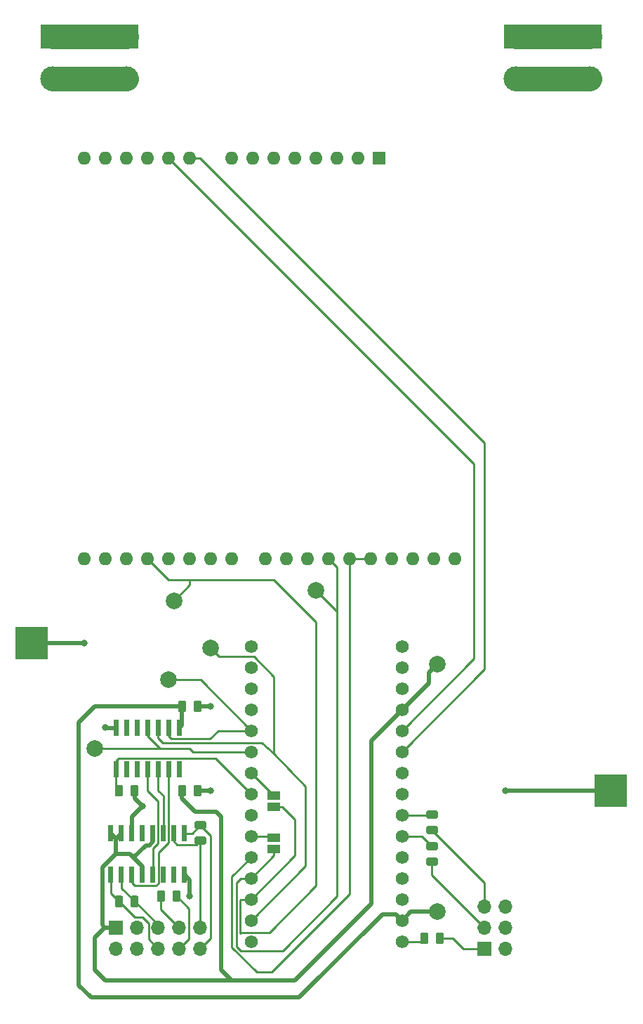
<source format=gbr>
G04 #@! TF.GenerationSoftware,KiCad,Pcbnew,5.1.5+dfsg1-2build2*
G04 #@! TF.CreationDate,2021-11-11T11:20:40+00:00*
G04 #@! TF.ProjectId,PIDController,50494443-6f6e-4747-926f-6c6c65722e6b,rev?*
G04 #@! TF.SameCoordinates,Original*
G04 #@! TF.FileFunction,Copper,L1,Top*
G04 #@! TF.FilePolarity,Positive*
%FSLAX46Y46*%
G04 Gerber Fmt 4.6, Leading zero omitted, Abs format (unit mm)*
G04 Created by KiCad (PCBNEW 5.1.5+dfsg1-2build2) date 2021-11-11 11:20:40*
%MOMM*%
%LPD*%
G04 APERTURE LIST*
%ADD10C,0.100000*%
%ADD11O,1.600000X1.600000*%
%ADD12R,1.600000X1.600000*%
%ADD13R,3.000000X3.000000*%
%ADD14C,3.000000*%
%ADD15C,1.560000*%
%ADD16R,1.700000X1.700000*%
%ADD17O,1.700000X1.700000*%
%ADD18R,1.500000X1.000000*%
%ADD19C,2.000000*%
%ADD20R,4.000000X4.000000*%
%ADD21C,0.800000*%
%ADD22C,0.500000*%
%ADD23C,0.250000*%
%ADD24C,3.000000*%
G04 APERTURE END LIST*
G04 #@! TA.AperFunction,SMDPad,CuDef*
D10*
G36*
X136370142Y-136341174D02*
G01*
X136393803Y-136344684D01*
X136417007Y-136350496D01*
X136439529Y-136358554D01*
X136461153Y-136368782D01*
X136481670Y-136381079D01*
X136500883Y-136395329D01*
X136518607Y-136411393D01*
X136534671Y-136429117D01*
X136548921Y-136448330D01*
X136561218Y-136468847D01*
X136571446Y-136490471D01*
X136579504Y-136512993D01*
X136585316Y-136536197D01*
X136588826Y-136559858D01*
X136590000Y-136583750D01*
X136590000Y-137071250D01*
X136588826Y-137095142D01*
X136585316Y-137118803D01*
X136579504Y-137142007D01*
X136571446Y-137164529D01*
X136561218Y-137186153D01*
X136548921Y-137206670D01*
X136534671Y-137225883D01*
X136518607Y-137243607D01*
X136500883Y-137259671D01*
X136481670Y-137273921D01*
X136461153Y-137286218D01*
X136439529Y-137296446D01*
X136417007Y-137304504D01*
X136393803Y-137310316D01*
X136370142Y-137313826D01*
X136346250Y-137315000D01*
X135433750Y-137315000D01*
X135409858Y-137313826D01*
X135386197Y-137310316D01*
X135362993Y-137304504D01*
X135340471Y-137296446D01*
X135318847Y-137286218D01*
X135298330Y-137273921D01*
X135279117Y-137259671D01*
X135261393Y-137243607D01*
X135245329Y-137225883D01*
X135231079Y-137206670D01*
X135218782Y-137186153D01*
X135208554Y-137164529D01*
X135200496Y-137142007D01*
X135194684Y-137118803D01*
X135191174Y-137095142D01*
X135190000Y-137071250D01*
X135190000Y-136583750D01*
X135191174Y-136559858D01*
X135194684Y-136536197D01*
X135200496Y-136512993D01*
X135208554Y-136490471D01*
X135218782Y-136468847D01*
X135231079Y-136448330D01*
X135245329Y-136429117D01*
X135261393Y-136411393D01*
X135279117Y-136395329D01*
X135298330Y-136381079D01*
X135318847Y-136368782D01*
X135340471Y-136358554D01*
X135362993Y-136350496D01*
X135386197Y-136344684D01*
X135409858Y-136341174D01*
X135433750Y-136340000D01*
X136346250Y-136340000D01*
X136370142Y-136341174D01*
G37*
G04 #@! TD.AperFunction*
G04 #@! TA.AperFunction,SMDPad,CuDef*
G36*
X136370142Y-134466174D02*
G01*
X136393803Y-134469684D01*
X136417007Y-134475496D01*
X136439529Y-134483554D01*
X136461153Y-134493782D01*
X136481670Y-134506079D01*
X136500883Y-134520329D01*
X136518607Y-134536393D01*
X136534671Y-134554117D01*
X136548921Y-134573330D01*
X136561218Y-134593847D01*
X136571446Y-134615471D01*
X136579504Y-134637993D01*
X136585316Y-134661197D01*
X136588826Y-134684858D01*
X136590000Y-134708750D01*
X136590000Y-135196250D01*
X136588826Y-135220142D01*
X136585316Y-135243803D01*
X136579504Y-135267007D01*
X136571446Y-135289529D01*
X136561218Y-135311153D01*
X136548921Y-135331670D01*
X136534671Y-135350883D01*
X136518607Y-135368607D01*
X136500883Y-135384671D01*
X136481670Y-135398921D01*
X136461153Y-135411218D01*
X136439529Y-135421446D01*
X136417007Y-135429504D01*
X136393803Y-135435316D01*
X136370142Y-135438826D01*
X136346250Y-135440000D01*
X135433750Y-135440000D01*
X135409858Y-135438826D01*
X135386197Y-135435316D01*
X135362993Y-135429504D01*
X135340471Y-135421446D01*
X135318847Y-135411218D01*
X135298330Y-135398921D01*
X135279117Y-135384671D01*
X135261393Y-135368607D01*
X135245329Y-135350883D01*
X135231079Y-135331670D01*
X135218782Y-135311153D01*
X135208554Y-135289529D01*
X135200496Y-135267007D01*
X135194684Y-135243803D01*
X135191174Y-135220142D01*
X135190000Y-135196250D01*
X135190000Y-134708750D01*
X135191174Y-134684858D01*
X135194684Y-134661197D01*
X135200496Y-134637993D01*
X135208554Y-134615471D01*
X135218782Y-134593847D01*
X135231079Y-134573330D01*
X135245329Y-134554117D01*
X135261393Y-134536393D01*
X135279117Y-134520329D01*
X135298330Y-134506079D01*
X135318847Y-134493782D01*
X135340471Y-134483554D01*
X135362993Y-134475496D01*
X135386197Y-134469684D01*
X135409858Y-134466174D01*
X135433750Y-134465000D01*
X136346250Y-134465000D01*
X136370142Y-134466174D01*
G37*
G04 #@! TD.AperFunction*
D11*
X166620000Y-102870000D03*
X164080000Y-102870000D03*
D12*
X157480000Y-54610000D03*
D11*
X127000000Y-102870000D03*
X154940000Y-54610000D03*
X129540000Y-102870000D03*
X152400000Y-54610000D03*
X132080000Y-102870000D03*
X149860000Y-54610000D03*
X134620000Y-102870000D03*
X147320000Y-54610000D03*
X137160000Y-102870000D03*
X144780000Y-54610000D03*
X139700000Y-102870000D03*
X142240000Y-54610000D03*
X143760000Y-102870000D03*
X139700000Y-54610000D03*
X146300000Y-102870000D03*
X134620000Y-54610000D03*
X148840000Y-102870000D03*
X132080000Y-54610000D03*
X151380000Y-102870000D03*
X129540000Y-54610000D03*
X153920000Y-102870000D03*
X127000000Y-54610000D03*
X156460000Y-102870000D03*
X124460000Y-54610000D03*
X159000000Y-102870000D03*
X121920000Y-54610000D03*
X161540000Y-102870000D03*
X121920000Y-102870000D03*
X124460000Y-102870000D03*
G04 #@! TA.AperFunction,SMDPad,CuDef*
D10*
G36*
X125357117Y-139920202D02*
G01*
X125361194Y-139920807D01*
X125365192Y-139921809D01*
X125369073Y-139923197D01*
X125372799Y-139924959D01*
X125376334Y-139927078D01*
X125379645Y-139929534D01*
X125382698Y-139932302D01*
X125385466Y-139935355D01*
X125387922Y-139938666D01*
X125390041Y-139942201D01*
X125391803Y-139945927D01*
X125393191Y-139949808D01*
X125394193Y-139953806D01*
X125394798Y-139957883D01*
X125395000Y-139962000D01*
X125395000Y-141848000D01*
X125394798Y-141852117D01*
X125394193Y-141856194D01*
X125393191Y-141860192D01*
X125391803Y-141864073D01*
X125390041Y-141867799D01*
X125387922Y-141871334D01*
X125385466Y-141874645D01*
X125382698Y-141877698D01*
X125379645Y-141880466D01*
X125376334Y-141882922D01*
X125372799Y-141885041D01*
X125369073Y-141886803D01*
X125365192Y-141888191D01*
X125361194Y-141889193D01*
X125357117Y-141889798D01*
X125353000Y-141890000D01*
X124837000Y-141890000D01*
X124832883Y-141889798D01*
X124828806Y-141889193D01*
X124824808Y-141888191D01*
X124820927Y-141886803D01*
X124817201Y-141885041D01*
X124813666Y-141882922D01*
X124810355Y-141880466D01*
X124807302Y-141877698D01*
X124804534Y-141874645D01*
X124802078Y-141871334D01*
X124799959Y-141867799D01*
X124798197Y-141864073D01*
X124796809Y-141860192D01*
X124795807Y-141856194D01*
X124795202Y-141852117D01*
X124795000Y-141848000D01*
X124795000Y-139962000D01*
X124795202Y-139957883D01*
X124795807Y-139953806D01*
X124796809Y-139949808D01*
X124798197Y-139945927D01*
X124799959Y-139942201D01*
X124802078Y-139938666D01*
X124804534Y-139935355D01*
X124807302Y-139932302D01*
X124810355Y-139929534D01*
X124813666Y-139927078D01*
X124817201Y-139924959D01*
X124820927Y-139923197D01*
X124824808Y-139921809D01*
X124828806Y-139920807D01*
X124832883Y-139920202D01*
X124837000Y-139920000D01*
X125353000Y-139920000D01*
X125357117Y-139920202D01*
G37*
G04 #@! TD.AperFunction*
G04 #@! TA.AperFunction,SMDPad,CuDef*
G36*
X126627117Y-139920202D02*
G01*
X126631194Y-139920807D01*
X126635192Y-139921809D01*
X126639073Y-139923197D01*
X126642799Y-139924959D01*
X126646334Y-139927078D01*
X126649645Y-139929534D01*
X126652698Y-139932302D01*
X126655466Y-139935355D01*
X126657922Y-139938666D01*
X126660041Y-139942201D01*
X126661803Y-139945927D01*
X126663191Y-139949808D01*
X126664193Y-139953806D01*
X126664798Y-139957883D01*
X126665000Y-139962000D01*
X126665000Y-141848000D01*
X126664798Y-141852117D01*
X126664193Y-141856194D01*
X126663191Y-141860192D01*
X126661803Y-141864073D01*
X126660041Y-141867799D01*
X126657922Y-141871334D01*
X126655466Y-141874645D01*
X126652698Y-141877698D01*
X126649645Y-141880466D01*
X126646334Y-141882922D01*
X126642799Y-141885041D01*
X126639073Y-141886803D01*
X126635192Y-141888191D01*
X126631194Y-141889193D01*
X126627117Y-141889798D01*
X126623000Y-141890000D01*
X126107000Y-141890000D01*
X126102883Y-141889798D01*
X126098806Y-141889193D01*
X126094808Y-141888191D01*
X126090927Y-141886803D01*
X126087201Y-141885041D01*
X126083666Y-141882922D01*
X126080355Y-141880466D01*
X126077302Y-141877698D01*
X126074534Y-141874645D01*
X126072078Y-141871334D01*
X126069959Y-141867799D01*
X126068197Y-141864073D01*
X126066809Y-141860192D01*
X126065807Y-141856194D01*
X126065202Y-141852117D01*
X126065000Y-141848000D01*
X126065000Y-139962000D01*
X126065202Y-139957883D01*
X126065807Y-139953806D01*
X126066809Y-139949808D01*
X126068197Y-139945927D01*
X126069959Y-139942201D01*
X126072078Y-139938666D01*
X126074534Y-139935355D01*
X126077302Y-139932302D01*
X126080355Y-139929534D01*
X126083666Y-139927078D01*
X126087201Y-139924959D01*
X126090927Y-139923197D01*
X126094808Y-139921809D01*
X126098806Y-139920807D01*
X126102883Y-139920202D01*
X126107000Y-139920000D01*
X126623000Y-139920000D01*
X126627117Y-139920202D01*
G37*
G04 #@! TD.AperFunction*
G04 #@! TA.AperFunction,SMDPad,CuDef*
G36*
X127897117Y-139920202D02*
G01*
X127901194Y-139920807D01*
X127905192Y-139921809D01*
X127909073Y-139923197D01*
X127912799Y-139924959D01*
X127916334Y-139927078D01*
X127919645Y-139929534D01*
X127922698Y-139932302D01*
X127925466Y-139935355D01*
X127927922Y-139938666D01*
X127930041Y-139942201D01*
X127931803Y-139945927D01*
X127933191Y-139949808D01*
X127934193Y-139953806D01*
X127934798Y-139957883D01*
X127935000Y-139962000D01*
X127935000Y-141848000D01*
X127934798Y-141852117D01*
X127934193Y-141856194D01*
X127933191Y-141860192D01*
X127931803Y-141864073D01*
X127930041Y-141867799D01*
X127927922Y-141871334D01*
X127925466Y-141874645D01*
X127922698Y-141877698D01*
X127919645Y-141880466D01*
X127916334Y-141882922D01*
X127912799Y-141885041D01*
X127909073Y-141886803D01*
X127905192Y-141888191D01*
X127901194Y-141889193D01*
X127897117Y-141889798D01*
X127893000Y-141890000D01*
X127377000Y-141890000D01*
X127372883Y-141889798D01*
X127368806Y-141889193D01*
X127364808Y-141888191D01*
X127360927Y-141886803D01*
X127357201Y-141885041D01*
X127353666Y-141882922D01*
X127350355Y-141880466D01*
X127347302Y-141877698D01*
X127344534Y-141874645D01*
X127342078Y-141871334D01*
X127339959Y-141867799D01*
X127338197Y-141864073D01*
X127336809Y-141860192D01*
X127335807Y-141856194D01*
X127335202Y-141852117D01*
X127335000Y-141848000D01*
X127335000Y-139962000D01*
X127335202Y-139957883D01*
X127335807Y-139953806D01*
X127336809Y-139949808D01*
X127338197Y-139945927D01*
X127339959Y-139942201D01*
X127342078Y-139938666D01*
X127344534Y-139935355D01*
X127347302Y-139932302D01*
X127350355Y-139929534D01*
X127353666Y-139927078D01*
X127357201Y-139924959D01*
X127360927Y-139923197D01*
X127364808Y-139921809D01*
X127368806Y-139920807D01*
X127372883Y-139920202D01*
X127377000Y-139920000D01*
X127893000Y-139920000D01*
X127897117Y-139920202D01*
G37*
G04 #@! TD.AperFunction*
G04 #@! TA.AperFunction,SMDPad,CuDef*
G36*
X129167117Y-139920202D02*
G01*
X129171194Y-139920807D01*
X129175192Y-139921809D01*
X129179073Y-139923197D01*
X129182799Y-139924959D01*
X129186334Y-139927078D01*
X129189645Y-139929534D01*
X129192698Y-139932302D01*
X129195466Y-139935355D01*
X129197922Y-139938666D01*
X129200041Y-139942201D01*
X129201803Y-139945927D01*
X129203191Y-139949808D01*
X129204193Y-139953806D01*
X129204798Y-139957883D01*
X129205000Y-139962000D01*
X129205000Y-141848000D01*
X129204798Y-141852117D01*
X129204193Y-141856194D01*
X129203191Y-141860192D01*
X129201803Y-141864073D01*
X129200041Y-141867799D01*
X129197922Y-141871334D01*
X129195466Y-141874645D01*
X129192698Y-141877698D01*
X129189645Y-141880466D01*
X129186334Y-141882922D01*
X129182799Y-141885041D01*
X129179073Y-141886803D01*
X129175192Y-141888191D01*
X129171194Y-141889193D01*
X129167117Y-141889798D01*
X129163000Y-141890000D01*
X128647000Y-141890000D01*
X128642883Y-141889798D01*
X128638806Y-141889193D01*
X128634808Y-141888191D01*
X128630927Y-141886803D01*
X128627201Y-141885041D01*
X128623666Y-141882922D01*
X128620355Y-141880466D01*
X128617302Y-141877698D01*
X128614534Y-141874645D01*
X128612078Y-141871334D01*
X128609959Y-141867799D01*
X128608197Y-141864073D01*
X128606809Y-141860192D01*
X128605807Y-141856194D01*
X128605202Y-141852117D01*
X128605000Y-141848000D01*
X128605000Y-139962000D01*
X128605202Y-139957883D01*
X128605807Y-139953806D01*
X128606809Y-139949808D01*
X128608197Y-139945927D01*
X128609959Y-139942201D01*
X128612078Y-139938666D01*
X128614534Y-139935355D01*
X128617302Y-139932302D01*
X128620355Y-139929534D01*
X128623666Y-139927078D01*
X128627201Y-139924959D01*
X128630927Y-139923197D01*
X128634808Y-139921809D01*
X128638806Y-139920807D01*
X128642883Y-139920202D01*
X128647000Y-139920000D01*
X129163000Y-139920000D01*
X129167117Y-139920202D01*
G37*
G04 #@! TD.AperFunction*
G04 #@! TA.AperFunction,SMDPad,CuDef*
G36*
X130437117Y-139920202D02*
G01*
X130441194Y-139920807D01*
X130445192Y-139921809D01*
X130449073Y-139923197D01*
X130452799Y-139924959D01*
X130456334Y-139927078D01*
X130459645Y-139929534D01*
X130462698Y-139932302D01*
X130465466Y-139935355D01*
X130467922Y-139938666D01*
X130470041Y-139942201D01*
X130471803Y-139945927D01*
X130473191Y-139949808D01*
X130474193Y-139953806D01*
X130474798Y-139957883D01*
X130475000Y-139962000D01*
X130475000Y-141848000D01*
X130474798Y-141852117D01*
X130474193Y-141856194D01*
X130473191Y-141860192D01*
X130471803Y-141864073D01*
X130470041Y-141867799D01*
X130467922Y-141871334D01*
X130465466Y-141874645D01*
X130462698Y-141877698D01*
X130459645Y-141880466D01*
X130456334Y-141882922D01*
X130452799Y-141885041D01*
X130449073Y-141886803D01*
X130445192Y-141888191D01*
X130441194Y-141889193D01*
X130437117Y-141889798D01*
X130433000Y-141890000D01*
X129917000Y-141890000D01*
X129912883Y-141889798D01*
X129908806Y-141889193D01*
X129904808Y-141888191D01*
X129900927Y-141886803D01*
X129897201Y-141885041D01*
X129893666Y-141882922D01*
X129890355Y-141880466D01*
X129887302Y-141877698D01*
X129884534Y-141874645D01*
X129882078Y-141871334D01*
X129879959Y-141867799D01*
X129878197Y-141864073D01*
X129876809Y-141860192D01*
X129875807Y-141856194D01*
X129875202Y-141852117D01*
X129875000Y-141848000D01*
X129875000Y-139962000D01*
X129875202Y-139957883D01*
X129875807Y-139953806D01*
X129876809Y-139949808D01*
X129878197Y-139945927D01*
X129879959Y-139942201D01*
X129882078Y-139938666D01*
X129884534Y-139935355D01*
X129887302Y-139932302D01*
X129890355Y-139929534D01*
X129893666Y-139927078D01*
X129897201Y-139924959D01*
X129900927Y-139923197D01*
X129904808Y-139921809D01*
X129908806Y-139920807D01*
X129912883Y-139920202D01*
X129917000Y-139920000D01*
X130433000Y-139920000D01*
X130437117Y-139920202D01*
G37*
G04 #@! TD.AperFunction*
G04 #@! TA.AperFunction,SMDPad,CuDef*
G36*
X131707117Y-139920202D02*
G01*
X131711194Y-139920807D01*
X131715192Y-139921809D01*
X131719073Y-139923197D01*
X131722799Y-139924959D01*
X131726334Y-139927078D01*
X131729645Y-139929534D01*
X131732698Y-139932302D01*
X131735466Y-139935355D01*
X131737922Y-139938666D01*
X131740041Y-139942201D01*
X131741803Y-139945927D01*
X131743191Y-139949808D01*
X131744193Y-139953806D01*
X131744798Y-139957883D01*
X131745000Y-139962000D01*
X131745000Y-141848000D01*
X131744798Y-141852117D01*
X131744193Y-141856194D01*
X131743191Y-141860192D01*
X131741803Y-141864073D01*
X131740041Y-141867799D01*
X131737922Y-141871334D01*
X131735466Y-141874645D01*
X131732698Y-141877698D01*
X131729645Y-141880466D01*
X131726334Y-141882922D01*
X131722799Y-141885041D01*
X131719073Y-141886803D01*
X131715192Y-141888191D01*
X131711194Y-141889193D01*
X131707117Y-141889798D01*
X131703000Y-141890000D01*
X131187000Y-141890000D01*
X131182883Y-141889798D01*
X131178806Y-141889193D01*
X131174808Y-141888191D01*
X131170927Y-141886803D01*
X131167201Y-141885041D01*
X131163666Y-141882922D01*
X131160355Y-141880466D01*
X131157302Y-141877698D01*
X131154534Y-141874645D01*
X131152078Y-141871334D01*
X131149959Y-141867799D01*
X131148197Y-141864073D01*
X131146809Y-141860192D01*
X131145807Y-141856194D01*
X131145202Y-141852117D01*
X131145000Y-141848000D01*
X131145000Y-139962000D01*
X131145202Y-139957883D01*
X131145807Y-139953806D01*
X131146809Y-139949808D01*
X131148197Y-139945927D01*
X131149959Y-139942201D01*
X131152078Y-139938666D01*
X131154534Y-139935355D01*
X131157302Y-139932302D01*
X131160355Y-139929534D01*
X131163666Y-139927078D01*
X131167201Y-139924959D01*
X131170927Y-139923197D01*
X131174808Y-139921809D01*
X131178806Y-139920807D01*
X131182883Y-139920202D01*
X131187000Y-139920000D01*
X131703000Y-139920000D01*
X131707117Y-139920202D01*
G37*
G04 #@! TD.AperFunction*
G04 #@! TA.AperFunction,SMDPad,CuDef*
G36*
X132977117Y-139920202D02*
G01*
X132981194Y-139920807D01*
X132985192Y-139921809D01*
X132989073Y-139923197D01*
X132992799Y-139924959D01*
X132996334Y-139927078D01*
X132999645Y-139929534D01*
X133002698Y-139932302D01*
X133005466Y-139935355D01*
X133007922Y-139938666D01*
X133010041Y-139942201D01*
X133011803Y-139945927D01*
X133013191Y-139949808D01*
X133014193Y-139953806D01*
X133014798Y-139957883D01*
X133015000Y-139962000D01*
X133015000Y-141848000D01*
X133014798Y-141852117D01*
X133014193Y-141856194D01*
X133013191Y-141860192D01*
X133011803Y-141864073D01*
X133010041Y-141867799D01*
X133007922Y-141871334D01*
X133005466Y-141874645D01*
X133002698Y-141877698D01*
X132999645Y-141880466D01*
X132996334Y-141882922D01*
X132992799Y-141885041D01*
X132989073Y-141886803D01*
X132985192Y-141888191D01*
X132981194Y-141889193D01*
X132977117Y-141889798D01*
X132973000Y-141890000D01*
X132457000Y-141890000D01*
X132452883Y-141889798D01*
X132448806Y-141889193D01*
X132444808Y-141888191D01*
X132440927Y-141886803D01*
X132437201Y-141885041D01*
X132433666Y-141882922D01*
X132430355Y-141880466D01*
X132427302Y-141877698D01*
X132424534Y-141874645D01*
X132422078Y-141871334D01*
X132419959Y-141867799D01*
X132418197Y-141864073D01*
X132416809Y-141860192D01*
X132415807Y-141856194D01*
X132415202Y-141852117D01*
X132415000Y-141848000D01*
X132415000Y-139962000D01*
X132415202Y-139957883D01*
X132415807Y-139953806D01*
X132416809Y-139949808D01*
X132418197Y-139945927D01*
X132419959Y-139942201D01*
X132422078Y-139938666D01*
X132424534Y-139935355D01*
X132427302Y-139932302D01*
X132430355Y-139929534D01*
X132433666Y-139927078D01*
X132437201Y-139924959D01*
X132440927Y-139923197D01*
X132444808Y-139921809D01*
X132448806Y-139920807D01*
X132452883Y-139920202D01*
X132457000Y-139920000D01*
X132973000Y-139920000D01*
X132977117Y-139920202D01*
G37*
G04 #@! TD.AperFunction*
G04 #@! TA.AperFunction,SMDPad,CuDef*
G36*
X134247117Y-139920202D02*
G01*
X134251194Y-139920807D01*
X134255192Y-139921809D01*
X134259073Y-139923197D01*
X134262799Y-139924959D01*
X134266334Y-139927078D01*
X134269645Y-139929534D01*
X134272698Y-139932302D01*
X134275466Y-139935355D01*
X134277922Y-139938666D01*
X134280041Y-139942201D01*
X134281803Y-139945927D01*
X134283191Y-139949808D01*
X134284193Y-139953806D01*
X134284798Y-139957883D01*
X134285000Y-139962000D01*
X134285000Y-141848000D01*
X134284798Y-141852117D01*
X134284193Y-141856194D01*
X134283191Y-141860192D01*
X134281803Y-141864073D01*
X134280041Y-141867799D01*
X134277922Y-141871334D01*
X134275466Y-141874645D01*
X134272698Y-141877698D01*
X134269645Y-141880466D01*
X134266334Y-141882922D01*
X134262799Y-141885041D01*
X134259073Y-141886803D01*
X134255192Y-141888191D01*
X134251194Y-141889193D01*
X134247117Y-141889798D01*
X134243000Y-141890000D01*
X133727000Y-141890000D01*
X133722883Y-141889798D01*
X133718806Y-141889193D01*
X133714808Y-141888191D01*
X133710927Y-141886803D01*
X133707201Y-141885041D01*
X133703666Y-141882922D01*
X133700355Y-141880466D01*
X133697302Y-141877698D01*
X133694534Y-141874645D01*
X133692078Y-141871334D01*
X133689959Y-141867799D01*
X133688197Y-141864073D01*
X133686809Y-141860192D01*
X133685807Y-141856194D01*
X133685202Y-141852117D01*
X133685000Y-141848000D01*
X133685000Y-139962000D01*
X133685202Y-139957883D01*
X133685807Y-139953806D01*
X133686809Y-139949808D01*
X133688197Y-139945927D01*
X133689959Y-139942201D01*
X133692078Y-139938666D01*
X133694534Y-139935355D01*
X133697302Y-139932302D01*
X133700355Y-139929534D01*
X133703666Y-139927078D01*
X133707201Y-139924959D01*
X133710927Y-139923197D01*
X133714808Y-139921809D01*
X133718806Y-139920807D01*
X133722883Y-139920202D01*
X133727000Y-139920000D01*
X134243000Y-139920000D01*
X134247117Y-139920202D01*
G37*
G04 #@! TD.AperFunction*
G04 #@! TA.AperFunction,SMDPad,CuDef*
G36*
X134247117Y-134970202D02*
G01*
X134251194Y-134970807D01*
X134255192Y-134971809D01*
X134259073Y-134973197D01*
X134262799Y-134974959D01*
X134266334Y-134977078D01*
X134269645Y-134979534D01*
X134272698Y-134982302D01*
X134275466Y-134985355D01*
X134277922Y-134988666D01*
X134280041Y-134992201D01*
X134281803Y-134995927D01*
X134283191Y-134999808D01*
X134284193Y-135003806D01*
X134284798Y-135007883D01*
X134285000Y-135012000D01*
X134285000Y-136898000D01*
X134284798Y-136902117D01*
X134284193Y-136906194D01*
X134283191Y-136910192D01*
X134281803Y-136914073D01*
X134280041Y-136917799D01*
X134277922Y-136921334D01*
X134275466Y-136924645D01*
X134272698Y-136927698D01*
X134269645Y-136930466D01*
X134266334Y-136932922D01*
X134262799Y-136935041D01*
X134259073Y-136936803D01*
X134255192Y-136938191D01*
X134251194Y-136939193D01*
X134247117Y-136939798D01*
X134243000Y-136940000D01*
X133727000Y-136940000D01*
X133722883Y-136939798D01*
X133718806Y-136939193D01*
X133714808Y-136938191D01*
X133710927Y-136936803D01*
X133707201Y-136935041D01*
X133703666Y-136932922D01*
X133700355Y-136930466D01*
X133697302Y-136927698D01*
X133694534Y-136924645D01*
X133692078Y-136921334D01*
X133689959Y-136917799D01*
X133688197Y-136914073D01*
X133686809Y-136910192D01*
X133685807Y-136906194D01*
X133685202Y-136902117D01*
X133685000Y-136898000D01*
X133685000Y-135012000D01*
X133685202Y-135007883D01*
X133685807Y-135003806D01*
X133686809Y-134999808D01*
X133688197Y-134995927D01*
X133689959Y-134992201D01*
X133692078Y-134988666D01*
X133694534Y-134985355D01*
X133697302Y-134982302D01*
X133700355Y-134979534D01*
X133703666Y-134977078D01*
X133707201Y-134974959D01*
X133710927Y-134973197D01*
X133714808Y-134971809D01*
X133718806Y-134970807D01*
X133722883Y-134970202D01*
X133727000Y-134970000D01*
X134243000Y-134970000D01*
X134247117Y-134970202D01*
G37*
G04 #@! TD.AperFunction*
G04 #@! TA.AperFunction,SMDPad,CuDef*
G36*
X132977117Y-134970202D02*
G01*
X132981194Y-134970807D01*
X132985192Y-134971809D01*
X132989073Y-134973197D01*
X132992799Y-134974959D01*
X132996334Y-134977078D01*
X132999645Y-134979534D01*
X133002698Y-134982302D01*
X133005466Y-134985355D01*
X133007922Y-134988666D01*
X133010041Y-134992201D01*
X133011803Y-134995927D01*
X133013191Y-134999808D01*
X133014193Y-135003806D01*
X133014798Y-135007883D01*
X133015000Y-135012000D01*
X133015000Y-136898000D01*
X133014798Y-136902117D01*
X133014193Y-136906194D01*
X133013191Y-136910192D01*
X133011803Y-136914073D01*
X133010041Y-136917799D01*
X133007922Y-136921334D01*
X133005466Y-136924645D01*
X133002698Y-136927698D01*
X132999645Y-136930466D01*
X132996334Y-136932922D01*
X132992799Y-136935041D01*
X132989073Y-136936803D01*
X132985192Y-136938191D01*
X132981194Y-136939193D01*
X132977117Y-136939798D01*
X132973000Y-136940000D01*
X132457000Y-136940000D01*
X132452883Y-136939798D01*
X132448806Y-136939193D01*
X132444808Y-136938191D01*
X132440927Y-136936803D01*
X132437201Y-136935041D01*
X132433666Y-136932922D01*
X132430355Y-136930466D01*
X132427302Y-136927698D01*
X132424534Y-136924645D01*
X132422078Y-136921334D01*
X132419959Y-136917799D01*
X132418197Y-136914073D01*
X132416809Y-136910192D01*
X132415807Y-136906194D01*
X132415202Y-136902117D01*
X132415000Y-136898000D01*
X132415000Y-135012000D01*
X132415202Y-135007883D01*
X132415807Y-135003806D01*
X132416809Y-134999808D01*
X132418197Y-134995927D01*
X132419959Y-134992201D01*
X132422078Y-134988666D01*
X132424534Y-134985355D01*
X132427302Y-134982302D01*
X132430355Y-134979534D01*
X132433666Y-134977078D01*
X132437201Y-134974959D01*
X132440927Y-134973197D01*
X132444808Y-134971809D01*
X132448806Y-134970807D01*
X132452883Y-134970202D01*
X132457000Y-134970000D01*
X132973000Y-134970000D01*
X132977117Y-134970202D01*
G37*
G04 #@! TD.AperFunction*
G04 #@! TA.AperFunction,SMDPad,CuDef*
G36*
X131707117Y-134970202D02*
G01*
X131711194Y-134970807D01*
X131715192Y-134971809D01*
X131719073Y-134973197D01*
X131722799Y-134974959D01*
X131726334Y-134977078D01*
X131729645Y-134979534D01*
X131732698Y-134982302D01*
X131735466Y-134985355D01*
X131737922Y-134988666D01*
X131740041Y-134992201D01*
X131741803Y-134995927D01*
X131743191Y-134999808D01*
X131744193Y-135003806D01*
X131744798Y-135007883D01*
X131745000Y-135012000D01*
X131745000Y-136898000D01*
X131744798Y-136902117D01*
X131744193Y-136906194D01*
X131743191Y-136910192D01*
X131741803Y-136914073D01*
X131740041Y-136917799D01*
X131737922Y-136921334D01*
X131735466Y-136924645D01*
X131732698Y-136927698D01*
X131729645Y-136930466D01*
X131726334Y-136932922D01*
X131722799Y-136935041D01*
X131719073Y-136936803D01*
X131715192Y-136938191D01*
X131711194Y-136939193D01*
X131707117Y-136939798D01*
X131703000Y-136940000D01*
X131187000Y-136940000D01*
X131182883Y-136939798D01*
X131178806Y-136939193D01*
X131174808Y-136938191D01*
X131170927Y-136936803D01*
X131167201Y-136935041D01*
X131163666Y-136932922D01*
X131160355Y-136930466D01*
X131157302Y-136927698D01*
X131154534Y-136924645D01*
X131152078Y-136921334D01*
X131149959Y-136917799D01*
X131148197Y-136914073D01*
X131146809Y-136910192D01*
X131145807Y-136906194D01*
X131145202Y-136902117D01*
X131145000Y-136898000D01*
X131145000Y-135012000D01*
X131145202Y-135007883D01*
X131145807Y-135003806D01*
X131146809Y-134999808D01*
X131148197Y-134995927D01*
X131149959Y-134992201D01*
X131152078Y-134988666D01*
X131154534Y-134985355D01*
X131157302Y-134982302D01*
X131160355Y-134979534D01*
X131163666Y-134977078D01*
X131167201Y-134974959D01*
X131170927Y-134973197D01*
X131174808Y-134971809D01*
X131178806Y-134970807D01*
X131182883Y-134970202D01*
X131187000Y-134970000D01*
X131703000Y-134970000D01*
X131707117Y-134970202D01*
G37*
G04 #@! TD.AperFunction*
G04 #@! TA.AperFunction,SMDPad,CuDef*
G36*
X130437117Y-134970202D02*
G01*
X130441194Y-134970807D01*
X130445192Y-134971809D01*
X130449073Y-134973197D01*
X130452799Y-134974959D01*
X130456334Y-134977078D01*
X130459645Y-134979534D01*
X130462698Y-134982302D01*
X130465466Y-134985355D01*
X130467922Y-134988666D01*
X130470041Y-134992201D01*
X130471803Y-134995927D01*
X130473191Y-134999808D01*
X130474193Y-135003806D01*
X130474798Y-135007883D01*
X130475000Y-135012000D01*
X130475000Y-136898000D01*
X130474798Y-136902117D01*
X130474193Y-136906194D01*
X130473191Y-136910192D01*
X130471803Y-136914073D01*
X130470041Y-136917799D01*
X130467922Y-136921334D01*
X130465466Y-136924645D01*
X130462698Y-136927698D01*
X130459645Y-136930466D01*
X130456334Y-136932922D01*
X130452799Y-136935041D01*
X130449073Y-136936803D01*
X130445192Y-136938191D01*
X130441194Y-136939193D01*
X130437117Y-136939798D01*
X130433000Y-136940000D01*
X129917000Y-136940000D01*
X129912883Y-136939798D01*
X129908806Y-136939193D01*
X129904808Y-136938191D01*
X129900927Y-136936803D01*
X129897201Y-136935041D01*
X129893666Y-136932922D01*
X129890355Y-136930466D01*
X129887302Y-136927698D01*
X129884534Y-136924645D01*
X129882078Y-136921334D01*
X129879959Y-136917799D01*
X129878197Y-136914073D01*
X129876809Y-136910192D01*
X129875807Y-136906194D01*
X129875202Y-136902117D01*
X129875000Y-136898000D01*
X129875000Y-135012000D01*
X129875202Y-135007883D01*
X129875807Y-135003806D01*
X129876809Y-134999808D01*
X129878197Y-134995927D01*
X129879959Y-134992201D01*
X129882078Y-134988666D01*
X129884534Y-134985355D01*
X129887302Y-134982302D01*
X129890355Y-134979534D01*
X129893666Y-134977078D01*
X129897201Y-134974959D01*
X129900927Y-134973197D01*
X129904808Y-134971809D01*
X129908806Y-134970807D01*
X129912883Y-134970202D01*
X129917000Y-134970000D01*
X130433000Y-134970000D01*
X130437117Y-134970202D01*
G37*
G04 #@! TD.AperFunction*
G04 #@! TA.AperFunction,SMDPad,CuDef*
G36*
X129167117Y-134970202D02*
G01*
X129171194Y-134970807D01*
X129175192Y-134971809D01*
X129179073Y-134973197D01*
X129182799Y-134974959D01*
X129186334Y-134977078D01*
X129189645Y-134979534D01*
X129192698Y-134982302D01*
X129195466Y-134985355D01*
X129197922Y-134988666D01*
X129200041Y-134992201D01*
X129201803Y-134995927D01*
X129203191Y-134999808D01*
X129204193Y-135003806D01*
X129204798Y-135007883D01*
X129205000Y-135012000D01*
X129205000Y-136898000D01*
X129204798Y-136902117D01*
X129204193Y-136906194D01*
X129203191Y-136910192D01*
X129201803Y-136914073D01*
X129200041Y-136917799D01*
X129197922Y-136921334D01*
X129195466Y-136924645D01*
X129192698Y-136927698D01*
X129189645Y-136930466D01*
X129186334Y-136932922D01*
X129182799Y-136935041D01*
X129179073Y-136936803D01*
X129175192Y-136938191D01*
X129171194Y-136939193D01*
X129167117Y-136939798D01*
X129163000Y-136940000D01*
X128647000Y-136940000D01*
X128642883Y-136939798D01*
X128638806Y-136939193D01*
X128634808Y-136938191D01*
X128630927Y-136936803D01*
X128627201Y-136935041D01*
X128623666Y-136932922D01*
X128620355Y-136930466D01*
X128617302Y-136927698D01*
X128614534Y-136924645D01*
X128612078Y-136921334D01*
X128609959Y-136917799D01*
X128608197Y-136914073D01*
X128606809Y-136910192D01*
X128605807Y-136906194D01*
X128605202Y-136902117D01*
X128605000Y-136898000D01*
X128605000Y-135012000D01*
X128605202Y-135007883D01*
X128605807Y-135003806D01*
X128606809Y-134999808D01*
X128608197Y-134995927D01*
X128609959Y-134992201D01*
X128612078Y-134988666D01*
X128614534Y-134985355D01*
X128617302Y-134982302D01*
X128620355Y-134979534D01*
X128623666Y-134977078D01*
X128627201Y-134974959D01*
X128630927Y-134973197D01*
X128634808Y-134971809D01*
X128638806Y-134970807D01*
X128642883Y-134970202D01*
X128647000Y-134970000D01*
X129163000Y-134970000D01*
X129167117Y-134970202D01*
G37*
G04 #@! TD.AperFunction*
G04 #@! TA.AperFunction,SMDPad,CuDef*
G36*
X127897117Y-134970202D02*
G01*
X127901194Y-134970807D01*
X127905192Y-134971809D01*
X127909073Y-134973197D01*
X127912799Y-134974959D01*
X127916334Y-134977078D01*
X127919645Y-134979534D01*
X127922698Y-134982302D01*
X127925466Y-134985355D01*
X127927922Y-134988666D01*
X127930041Y-134992201D01*
X127931803Y-134995927D01*
X127933191Y-134999808D01*
X127934193Y-135003806D01*
X127934798Y-135007883D01*
X127935000Y-135012000D01*
X127935000Y-136898000D01*
X127934798Y-136902117D01*
X127934193Y-136906194D01*
X127933191Y-136910192D01*
X127931803Y-136914073D01*
X127930041Y-136917799D01*
X127927922Y-136921334D01*
X127925466Y-136924645D01*
X127922698Y-136927698D01*
X127919645Y-136930466D01*
X127916334Y-136932922D01*
X127912799Y-136935041D01*
X127909073Y-136936803D01*
X127905192Y-136938191D01*
X127901194Y-136939193D01*
X127897117Y-136939798D01*
X127893000Y-136940000D01*
X127377000Y-136940000D01*
X127372883Y-136939798D01*
X127368806Y-136939193D01*
X127364808Y-136938191D01*
X127360927Y-136936803D01*
X127357201Y-136935041D01*
X127353666Y-136932922D01*
X127350355Y-136930466D01*
X127347302Y-136927698D01*
X127344534Y-136924645D01*
X127342078Y-136921334D01*
X127339959Y-136917799D01*
X127338197Y-136914073D01*
X127336809Y-136910192D01*
X127335807Y-136906194D01*
X127335202Y-136902117D01*
X127335000Y-136898000D01*
X127335000Y-135012000D01*
X127335202Y-135007883D01*
X127335807Y-135003806D01*
X127336809Y-134999808D01*
X127338197Y-134995927D01*
X127339959Y-134992201D01*
X127342078Y-134988666D01*
X127344534Y-134985355D01*
X127347302Y-134982302D01*
X127350355Y-134979534D01*
X127353666Y-134977078D01*
X127357201Y-134974959D01*
X127360927Y-134973197D01*
X127364808Y-134971809D01*
X127368806Y-134970807D01*
X127372883Y-134970202D01*
X127377000Y-134970000D01*
X127893000Y-134970000D01*
X127897117Y-134970202D01*
G37*
G04 #@! TD.AperFunction*
G04 #@! TA.AperFunction,SMDPad,CuDef*
G36*
X126627117Y-134970202D02*
G01*
X126631194Y-134970807D01*
X126635192Y-134971809D01*
X126639073Y-134973197D01*
X126642799Y-134974959D01*
X126646334Y-134977078D01*
X126649645Y-134979534D01*
X126652698Y-134982302D01*
X126655466Y-134985355D01*
X126657922Y-134988666D01*
X126660041Y-134992201D01*
X126661803Y-134995927D01*
X126663191Y-134999808D01*
X126664193Y-135003806D01*
X126664798Y-135007883D01*
X126665000Y-135012000D01*
X126665000Y-136898000D01*
X126664798Y-136902117D01*
X126664193Y-136906194D01*
X126663191Y-136910192D01*
X126661803Y-136914073D01*
X126660041Y-136917799D01*
X126657922Y-136921334D01*
X126655466Y-136924645D01*
X126652698Y-136927698D01*
X126649645Y-136930466D01*
X126646334Y-136932922D01*
X126642799Y-136935041D01*
X126639073Y-136936803D01*
X126635192Y-136938191D01*
X126631194Y-136939193D01*
X126627117Y-136939798D01*
X126623000Y-136940000D01*
X126107000Y-136940000D01*
X126102883Y-136939798D01*
X126098806Y-136939193D01*
X126094808Y-136938191D01*
X126090927Y-136936803D01*
X126087201Y-136935041D01*
X126083666Y-136932922D01*
X126080355Y-136930466D01*
X126077302Y-136927698D01*
X126074534Y-136924645D01*
X126072078Y-136921334D01*
X126069959Y-136917799D01*
X126068197Y-136914073D01*
X126066809Y-136910192D01*
X126065807Y-136906194D01*
X126065202Y-136902117D01*
X126065000Y-136898000D01*
X126065000Y-135012000D01*
X126065202Y-135007883D01*
X126065807Y-135003806D01*
X126066809Y-134999808D01*
X126068197Y-134995927D01*
X126069959Y-134992201D01*
X126072078Y-134988666D01*
X126074534Y-134985355D01*
X126077302Y-134982302D01*
X126080355Y-134979534D01*
X126083666Y-134977078D01*
X126087201Y-134974959D01*
X126090927Y-134973197D01*
X126094808Y-134971809D01*
X126098806Y-134970807D01*
X126102883Y-134970202D01*
X126107000Y-134970000D01*
X126623000Y-134970000D01*
X126627117Y-134970202D01*
G37*
G04 #@! TD.AperFunction*
G04 #@! TA.AperFunction,SMDPad,CuDef*
G36*
X125357117Y-134970202D02*
G01*
X125361194Y-134970807D01*
X125365192Y-134971809D01*
X125369073Y-134973197D01*
X125372799Y-134974959D01*
X125376334Y-134977078D01*
X125379645Y-134979534D01*
X125382698Y-134982302D01*
X125385466Y-134985355D01*
X125387922Y-134988666D01*
X125390041Y-134992201D01*
X125391803Y-134995927D01*
X125393191Y-134999808D01*
X125394193Y-135003806D01*
X125394798Y-135007883D01*
X125395000Y-135012000D01*
X125395000Y-136898000D01*
X125394798Y-136902117D01*
X125394193Y-136906194D01*
X125393191Y-136910192D01*
X125391803Y-136914073D01*
X125390041Y-136917799D01*
X125387922Y-136921334D01*
X125385466Y-136924645D01*
X125382698Y-136927698D01*
X125379645Y-136930466D01*
X125376334Y-136932922D01*
X125372799Y-136935041D01*
X125369073Y-136936803D01*
X125365192Y-136938191D01*
X125361194Y-136939193D01*
X125357117Y-136939798D01*
X125353000Y-136940000D01*
X124837000Y-136940000D01*
X124832883Y-136939798D01*
X124828806Y-136939193D01*
X124824808Y-136938191D01*
X124820927Y-136936803D01*
X124817201Y-136935041D01*
X124813666Y-136932922D01*
X124810355Y-136930466D01*
X124807302Y-136927698D01*
X124804534Y-136924645D01*
X124802078Y-136921334D01*
X124799959Y-136917799D01*
X124798197Y-136914073D01*
X124796809Y-136910192D01*
X124795807Y-136906194D01*
X124795202Y-136902117D01*
X124795000Y-136898000D01*
X124795000Y-135012000D01*
X124795202Y-135007883D01*
X124795807Y-135003806D01*
X124796809Y-134999808D01*
X124798197Y-134995927D01*
X124799959Y-134992201D01*
X124802078Y-134988666D01*
X124804534Y-134985355D01*
X124807302Y-134982302D01*
X124810355Y-134979534D01*
X124813666Y-134977078D01*
X124817201Y-134974959D01*
X124820927Y-134973197D01*
X124824808Y-134971809D01*
X124828806Y-134970807D01*
X124832883Y-134970202D01*
X124837000Y-134970000D01*
X125353000Y-134970000D01*
X125357117Y-134970202D01*
G37*
G04 #@! TD.AperFunction*
D13*
X182880000Y-40005000D03*
D14*
X182880000Y-45085000D03*
X173990000Y-45085000D03*
D13*
X173990000Y-40005000D03*
X118110000Y-40005000D03*
D14*
X118110000Y-45085000D03*
X127000000Y-45085000D03*
D13*
X127000000Y-40005000D03*
D15*
X160230000Y-149000000D03*
X160230000Y-146460000D03*
X160230000Y-143920000D03*
X160230000Y-141380000D03*
X160230000Y-138840000D03*
X160230000Y-136300000D03*
X160230000Y-133760000D03*
X160230000Y-131220000D03*
X160230000Y-128680000D03*
X160230000Y-126140000D03*
X160230000Y-123600000D03*
X160230000Y-121060000D03*
X160230000Y-118520000D03*
X160230000Y-115980000D03*
X160230000Y-113440000D03*
X142030000Y-113440000D03*
X142030000Y-115980000D03*
X142030000Y-118520000D03*
X142030000Y-121060000D03*
X142030000Y-123600000D03*
X142030000Y-126140000D03*
X142030000Y-128680000D03*
X142030000Y-131220000D03*
X142030000Y-133760000D03*
X142030000Y-136300000D03*
X142030000Y-138840000D03*
X142030000Y-141380000D03*
X142030000Y-143920000D03*
X142030000Y-146460000D03*
X142030000Y-149000000D03*
G04 #@! TA.AperFunction,SMDPad,CuDef*
D10*
G36*
X133568822Y-122270433D02*
G01*
X133577558Y-122271729D01*
X133586126Y-122273875D01*
X133594442Y-122276851D01*
X133602426Y-122280627D01*
X133610001Y-122285168D01*
X133617095Y-122290429D01*
X133623640Y-122296360D01*
X133629571Y-122302905D01*
X133634832Y-122309999D01*
X133639373Y-122317574D01*
X133643149Y-122325558D01*
X133646125Y-122333874D01*
X133648271Y-122342442D01*
X133649567Y-122351178D01*
X133650000Y-122360000D01*
X133650000Y-124150000D01*
X133649567Y-124158822D01*
X133648271Y-124167558D01*
X133646125Y-124176126D01*
X133643149Y-124184442D01*
X133639373Y-124192426D01*
X133634832Y-124200001D01*
X133629571Y-124207095D01*
X133623640Y-124213640D01*
X133617095Y-124219571D01*
X133610001Y-124224832D01*
X133602426Y-124229373D01*
X133594442Y-124233149D01*
X133586126Y-124236125D01*
X133577558Y-124238271D01*
X133568822Y-124239567D01*
X133560000Y-124240000D01*
X133140000Y-124240000D01*
X133131178Y-124239567D01*
X133122442Y-124238271D01*
X133113874Y-124236125D01*
X133105558Y-124233149D01*
X133097574Y-124229373D01*
X133089999Y-124224832D01*
X133082905Y-124219571D01*
X133076360Y-124213640D01*
X133070429Y-124207095D01*
X133065168Y-124200001D01*
X133060627Y-124192426D01*
X133056851Y-124184442D01*
X133053875Y-124176126D01*
X133051729Y-124167558D01*
X133050433Y-124158822D01*
X133050000Y-124150000D01*
X133050000Y-122360000D01*
X133050433Y-122351178D01*
X133051729Y-122342442D01*
X133053875Y-122333874D01*
X133056851Y-122325558D01*
X133060627Y-122317574D01*
X133065168Y-122309999D01*
X133070429Y-122302905D01*
X133076360Y-122296360D01*
X133082905Y-122290429D01*
X133089999Y-122285168D01*
X133097574Y-122280627D01*
X133105558Y-122276851D01*
X133113874Y-122273875D01*
X133122442Y-122271729D01*
X133131178Y-122270433D01*
X133140000Y-122270000D01*
X133560000Y-122270000D01*
X133568822Y-122270433D01*
G37*
G04 #@! TD.AperFunction*
G04 #@! TA.AperFunction,SMDPad,CuDef*
G36*
X132298822Y-122270433D02*
G01*
X132307558Y-122271729D01*
X132316126Y-122273875D01*
X132324442Y-122276851D01*
X132332426Y-122280627D01*
X132340001Y-122285168D01*
X132347095Y-122290429D01*
X132353640Y-122296360D01*
X132359571Y-122302905D01*
X132364832Y-122309999D01*
X132369373Y-122317574D01*
X132373149Y-122325558D01*
X132376125Y-122333874D01*
X132378271Y-122342442D01*
X132379567Y-122351178D01*
X132380000Y-122360000D01*
X132380000Y-124150000D01*
X132379567Y-124158822D01*
X132378271Y-124167558D01*
X132376125Y-124176126D01*
X132373149Y-124184442D01*
X132369373Y-124192426D01*
X132364832Y-124200001D01*
X132359571Y-124207095D01*
X132353640Y-124213640D01*
X132347095Y-124219571D01*
X132340001Y-124224832D01*
X132332426Y-124229373D01*
X132324442Y-124233149D01*
X132316126Y-124236125D01*
X132307558Y-124238271D01*
X132298822Y-124239567D01*
X132290000Y-124240000D01*
X131870000Y-124240000D01*
X131861178Y-124239567D01*
X131852442Y-124238271D01*
X131843874Y-124236125D01*
X131835558Y-124233149D01*
X131827574Y-124229373D01*
X131819999Y-124224832D01*
X131812905Y-124219571D01*
X131806360Y-124213640D01*
X131800429Y-124207095D01*
X131795168Y-124200001D01*
X131790627Y-124192426D01*
X131786851Y-124184442D01*
X131783875Y-124176126D01*
X131781729Y-124167558D01*
X131780433Y-124158822D01*
X131780000Y-124150000D01*
X131780000Y-122360000D01*
X131780433Y-122351178D01*
X131781729Y-122342442D01*
X131783875Y-122333874D01*
X131786851Y-122325558D01*
X131790627Y-122317574D01*
X131795168Y-122309999D01*
X131800429Y-122302905D01*
X131806360Y-122296360D01*
X131812905Y-122290429D01*
X131819999Y-122285168D01*
X131827574Y-122280627D01*
X131835558Y-122276851D01*
X131843874Y-122273875D01*
X131852442Y-122271729D01*
X131861178Y-122270433D01*
X131870000Y-122270000D01*
X132290000Y-122270000D01*
X132298822Y-122270433D01*
G37*
G04 #@! TD.AperFunction*
G04 #@! TA.AperFunction,SMDPad,CuDef*
G36*
X131028822Y-122270433D02*
G01*
X131037558Y-122271729D01*
X131046126Y-122273875D01*
X131054442Y-122276851D01*
X131062426Y-122280627D01*
X131070001Y-122285168D01*
X131077095Y-122290429D01*
X131083640Y-122296360D01*
X131089571Y-122302905D01*
X131094832Y-122309999D01*
X131099373Y-122317574D01*
X131103149Y-122325558D01*
X131106125Y-122333874D01*
X131108271Y-122342442D01*
X131109567Y-122351178D01*
X131110000Y-122360000D01*
X131110000Y-124150000D01*
X131109567Y-124158822D01*
X131108271Y-124167558D01*
X131106125Y-124176126D01*
X131103149Y-124184442D01*
X131099373Y-124192426D01*
X131094832Y-124200001D01*
X131089571Y-124207095D01*
X131083640Y-124213640D01*
X131077095Y-124219571D01*
X131070001Y-124224832D01*
X131062426Y-124229373D01*
X131054442Y-124233149D01*
X131046126Y-124236125D01*
X131037558Y-124238271D01*
X131028822Y-124239567D01*
X131020000Y-124240000D01*
X130600000Y-124240000D01*
X130591178Y-124239567D01*
X130582442Y-124238271D01*
X130573874Y-124236125D01*
X130565558Y-124233149D01*
X130557574Y-124229373D01*
X130549999Y-124224832D01*
X130542905Y-124219571D01*
X130536360Y-124213640D01*
X130530429Y-124207095D01*
X130525168Y-124200001D01*
X130520627Y-124192426D01*
X130516851Y-124184442D01*
X130513875Y-124176126D01*
X130511729Y-124167558D01*
X130510433Y-124158822D01*
X130510000Y-124150000D01*
X130510000Y-122360000D01*
X130510433Y-122351178D01*
X130511729Y-122342442D01*
X130513875Y-122333874D01*
X130516851Y-122325558D01*
X130520627Y-122317574D01*
X130525168Y-122309999D01*
X130530429Y-122302905D01*
X130536360Y-122296360D01*
X130542905Y-122290429D01*
X130549999Y-122285168D01*
X130557574Y-122280627D01*
X130565558Y-122276851D01*
X130573874Y-122273875D01*
X130582442Y-122271729D01*
X130591178Y-122270433D01*
X130600000Y-122270000D01*
X131020000Y-122270000D01*
X131028822Y-122270433D01*
G37*
G04 #@! TD.AperFunction*
G04 #@! TA.AperFunction,SMDPad,CuDef*
G36*
X129758822Y-122270433D02*
G01*
X129767558Y-122271729D01*
X129776126Y-122273875D01*
X129784442Y-122276851D01*
X129792426Y-122280627D01*
X129800001Y-122285168D01*
X129807095Y-122290429D01*
X129813640Y-122296360D01*
X129819571Y-122302905D01*
X129824832Y-122309999D01*
X129829373Y-122317574D01*
X129833149Y-122325558D01*
X129836125Y-122333874D01*
X129838271Y-122342442D01*
X129839567Y-122351178D01*
X129840000Y-122360000D01*
X129840000Y-124150000D01*
X129839567Y-124158822D01*
X129838271Y-124167558D01*
X129836125Y-124176126D01*
X129833149Y-124184442D01*
X129829373Y-124192426D01*
X129824832Y-124200001D01*
X129819571Y-124207095D01*
X129813640Y-124213640D01*
X129807095Y-124219571D01*
X129800001Y-124224832D01*
X129792426Y-124229373D01*
X129784442Y-124233149D01*
X129776126Y-124236125D01*
X129767558Y-124238271D01*
X129758822Y-124239567D01*
X129750000Y-124240000D01*
X129330000Y-124240000D01*
X129321178Y-124239567D01*
X129312442Y-124238271D01*
X129303874Y-124236125D01*
X129295558Y-124233149D01*
X129287574Y-124229373D01*
X129279999Y-124224832D01*
X129272905Y-124219571D01*
X129266360Y-124213640D01*
X129260429Y-124207095D01*
X129255168Y-124200001D01*
X129250627Y-124192426D01*
X129246851Y-124184442D01*
X129243875Y-124176126D01*
X129241729Y-124167558D01*
X129240433Y-124158822D01*
X129240000Y-124150000D01*
X129240000Y-122360000D01*
X129240433Y-122351178D01*
X129241729Y-122342442D01*
X129243875Y-122333874D01*
X129246851Y-122325558D01*
X129250627Y-122317574D01*
X129255168Y-122309999D01*
X129260429Y-122302905D01*
X129266360Y-122296360D01*
X129272905Y-122290429D01*
X129279999Y-122285168D01*
X129287574Y-122280627D01*
X129295558Y-122276851D01*
X129303874Y-122273875D01*
X129312442Y-122271729D01*
X129321178Y-122270433D01*
X129330000Y-122270000D01*
X129750000Y-122270000D01*
X129758822Y-122270433D01*
G37*
G04 #@! TD.AperFunction*
G04 #@! TA.AperFunction,SMDPad,CuDef*
G36*
X128488822Y-122270433D02*
G01*
X128497558Y-122271729D01*
X128506126Y-122273875D01*
X128514442Y-122276851D01*
X128522426Y-122280627D01*
X128530001Y-122285168D01*
X128537095Y-122290429D01*
X128543640Y-122296360D01*
X128549571Y-122302905D01*
X128554832Y-122309999D01*
X128559373Y-122317574D01*
X128563149Y-122325558D01*
X128566125Y-122333874D01*
X128568271Y-122342442D01*
X128569567Y-122351178D01*
X128570000Y-122360000D01*
X128570000Y-124150000D01*
X128569567Y-124158822D01*
X128568271Y-124167558D01*
X128566125Y-124176126D01*
X128563149Y-124184442D01*
X128559373Y-124192426D01*
X128554832Y-124200001D01*
X128549571Y-124207095D01*
X128543640Y-124213640D01*
X128537095Y-124219571D01*
X128530001Y-124224832D01*
X128522426Y-124229373D01*
X128514442Y-124233149D01*
X128506126Y-124236125D01*
X128497558Y-124238271D01*
X128488822Y-124239567D01*
X128480000Y-124240000D01*
X128060000Y-124240000D01*
X128051178Y-124239567D01*
X128042442Y-124238271D01*
X128033874Y-124236125D01*
X128025558Y-124233149D01*
X128017574Y-124229373D01*
X128009999Y-124224832D01*
X128002905Y-124219571D01*
X127996360Y-124213640D01*
X127990429Y-124207095D01*
X127985168Y-124200001D01*
X127980627Y-124192426D01*
X127976851Y-124184442D01*
X127973875Y-124176126D01*
X127971729Y-124167558D01*
X127970433Y-124158822D01*
X127970000Y-124150000D01*
X127970000Y-122360000D01*
X127970433Y-122351178D01*
X127971729Y-122342442D01*
X127973875Y-122333874D01*
X127976851Y-122325558D01*
X127980627Y-122317574D01*
X127985168Y-122309999D01*
X127990429Y-122302905D01*
X127996360Y-122296360D01*
X128002905Y-122290429D01*
X128009999Y-122285168D01*
X128017574Y-122280627D01*
X128025558Y-122276851D01*
X128033874Y-122273875D01*
X128042442Y-122271729D01*
X128051178Y-122270433D01*
X128060000Y-122270000D01*
X128480000Y-122270000D01*
X128488822Y-122270433D01*
G37*
G04 #@! TD.AperFunction*
G04 #@! TA.AperFunction,SMDPad,CuDef*
G36*
X127218822Y-122270433D02*
G01*
X127227558Y-122271729D01*
X127236126Y-122273875D01*
X127244442Y-122276851D01*
X127252426Y-122280627D01*
X127260001Y-122285168D01*
X127267095Y-122290429D01*
X127273640Y-122296360D01*
X127279571Y-122302905D01*
X127284832Y-122309999D01*
X127289373Y-122317574D01*
X127293149Y-122325558D01*
X127296125Y-122333874D01*
X127298271Y-122342442D01*
X127299567Y-122351178D01*
X127300000Y-122360000D01*
X127300000Y-124150000D01*
X127299567Y-124158822D01*
X127298271Y-124167558D01*
X127296125Y-124176126D01*
X127293149Y-124184442D01*
X127289373Y-124192426D01*
X127284832Y-124200001D01*
X127279571Y-124207095D01*
X127273640Y-124213640D01*
X127267095Y-124219571D01*
X127260001Y-124224832D01*
X127252426Y-124229373D01*
X127244442Y-124233149D01*
X127236126Y-124236125D01*
X127227558Y-124238271D01*
X127218822Y-124239567D01*
X127210000Y-124240000D01*
X126790000Y-124240000D01*
X126781178Y-124239567D01*
X126772442Y-124238271D01*
X126763874Y-124236125D01*
X126755558Y-124233149D01*
X126747574Y-124229373D01*
X126739999Y-124224832D01*
X126732905Y-124219571D01*
X126726360Y-124213640D01*
X126720429Y-124207095D01*
X126715168Y-124200001D01*
X126710627Y-124192426D01*
X126706851Y-124184442D01*
X126703875Y-124176126D01*
X126701729Y-124167558D01*
X126700433Y-124158822D01*
X126700000Y-124150000D01*
X126700000Y-122360000D01*
X126700433Y-122351178D01*
X126701729Y-122342442D01*
X126703875Y-122333874D01*
X126706851Y-122325558D01*
X126710627Y-122317574D01*
X126715168Y-122309999D01*
X126720429Y-122302905D01*
X126726360Y-122296360D01*
X126732905Y-122290429D01*
X126739999Y-122285168D01*
X126747574Y-122280627D01*
X126755558Y-122276851D01*
X126763874Y-122273875D01*
X126772442Y-122271729D01*
X126781178Y-122270433D01*
X126790000Y-122270000D01*
X127210000Y-122270000D01*
X127218822Y-122270433D01*
G37*
G04 #@! TD.AperFunction*
G04 #@! TA.AperFunction,SMDPad,CuDef*
G36*
X125948822Y-122270433D02*
G01*
X125957558Y-122271729D01*
X125966126Y-122273875D01*
X125974442Y-122276851D01*
X125982426Y-122280627D01*
X125990001Y-122285168D01*
X125997095Y-122290429D01*
X126003640Y-122296360D01*
X126009571Y-122302905D01*
X126014832Y-122309999D01*
X126019373Y-122317574D01*
X126023149Y-122325558D01*
X126026125Y-122333874D01*
X126028271Y-122342442D01*
X126029567Y-122351178D01*
X126030000Y-122360000D01*
X126030000Y-124150000D01*
X126029567Y-124158822D01*
X126028271Y-124167558D01*
X126026125Y-124176126D01*
X126023149Y-124184442D01*
X126019373Y-124192426D01*
X126014832Y-124200001D01*
X126009571Y-124207095D01*
X126003640Y-124213640D01*
X125997095Y-124219571D01*
X125990001Y-124224832D01*
X125982426Y-124229373D01*
X125974442Y-124233149D01*
X125966126Y-124236125D01*
X125957558Y-124238271D01*
X125948822Y-124239567D01*
X125940000Y-124240000D01*
X125520000Y-124240000D01*
X125511178Y-124239567D01*
X125502442Y-124238271D01*
X125493874Y-124236125D01*
X125485558Y-124233149D01*
X125477574Y-124229373D01*
X125469999Y-124224832D01*
X125462905Y-124219571D01*
X125456360Y-124213640D01*
X125450429Y-124207095D01*
X125445168Y-124200001D01*
X125440627Y-124192426D01*
X125436851Y-124184442D01*
X125433875Y-124176126D01*
X125431729Y-124167558D01*
X125430433Y-124158822D01*
X125430000Y-124150000D01*
X125430000Y-122360000D01*
X125430433Y-122351178D01*
X125431729Y-122342442D01*
X125433875Y-122333874D01*
X125436851Y-122325558D01*
X125440627Y-122317574D01*
X125445168Y-122309999D01*
X125450429Y-122302905D01*
X125456360Y-122296360D01*
X125462905Y-122290429D01*
X125469999Y-122285168D01*
X125477574Y-122280627D01*
X125485558Y-122276851D01*
X125493874Y-122273875D01*
X125502442Y-122271729D01*
X125511178Y-122270433D01*
X125520000Y-122270000D01*
X125940000Y-122270000D01*
X125948822Y-122270433D01*
G37*
G04 #@! TD.AperFunction*
G04 #@! TA.AperFunction,SMDPad,CuDef*
G36*
X125948822Y-127220433D02*
G01*
X125957558Y-127221729D01*
X125966126Y-127223875D01*
X125974442Y-127226851D01*
X125982426Y-127230627D01*
X125990001Y-127235168D01*
X125997095Y-127240429D01*
X126003640Y-127246360D01*
X126009571Y-127252905D01*
X126014832Y-127259999D01*
X126019373Y-127267574D01*
X126023149Y-127275558D01*
X126026125Y-127283874D01*
X126028271Y-127292442D01*
X126029567Y-127301178D01*
X126030000Y-127310000D01*
X126030000Y-129100000D01*
X126029567Y-129108822D01*
X126028271Y-129117558D01*
X126026125Y-129126126D01*
X126023149Y-129134442D01*
X126019373Y-129142426D01*
X126014832Y-129150001D01*
X126009571Y-129157095D01*
X126003640Y-129163640D01*
X125997095Y-129169571D01*
X125990001Y-129174832D01*
X125982426Y-129179373D01*
X125974442Y-129183149D01*
X125966126Y-129186125D01*
X125957558Y-129188271D01*
X125948822Y-129189567D01*
X125940000Y-129190000D01*
X125520000Y-129190000D01*
X125511178Y-129189567D01*
X125502442Y-129188271D01*
X125493874Y-129186125D01*
X125485558Y-129183149D01*
X125477574Y-129179373D01*
X125469999Y-129174832D01*
X125462905Y-129169571D01*
X125456360Y-129163640D01*
X125450429Y-129157095D01*
X125445168Y-129150001D01*
X125440627Y-129142426D01*
X125436851Y-129134442D01*
X125433875Y-129126126D01*
X125431729Y-129117558D01*
X125430433Y-129108822D01*
X125430000Y-129100000D01*
X125430000Y-127310000D01*
X125430433Y-127301178D01*
X125431729Y-127292442D01*
X125433875Y-127283874D01*
X125436851Y-127275558D01*
X125440627Y-127267574D01*
X125445168Y-127259999D01*
X125450429Y-127252905D01*
X125456360Y-127246360D01*
X125462905Y-127240429D01*
X125469999Y-127235168D01*
X125477574Y-127230627D01*
X125485558Y-127226851D01*
X125493874Y-127223875D01*
X125502442Y-127221729D01*
X125511178Y-127220433D01*
X125520000Y-127220000D01*
X125940000Y-127220000D01*
X125948822Y-127220433D01*
G37*
G04 #@! TD.AperFunction*
G04 #@! TA.AperFunction,SMDPad,CuDef*
G36*
X127218822Y-127220433D02*
G01*
X127227558Y-127221729D01*
X127236126Y-127223875D01*
X127244442Y-127226851D01*
X127252426Y-127230627D01*
X127260001Y-127235168D01*
X127267095Y-127240429D01*
X127273640Y-127246360D01*
X127279571Y-127252905D01*
X127284832Y-127259999D01*
X127289373Y-127267574D01*
X127293149Y-127275558D01*
X127296125Y-127283874D01*
X127298271Y-127292442D01*
X127299567Y-127301178D01*
X127300000Y-127310000D01*
X127300000Y-129100000D01*
X127299567Y-129108822D01*
X127298271Y-129117558D01*
X127296125Y-129126126D01*
X127293149Y-129134442D01*
X127289373Y-129142426D01*
X127284832Y-129150001D01*
X127279571Y-129157095D01*
X127273640Y-129163640D01*
X127267095Y-129169571D01*
X127260001Y-129174832D01*
X127252426Y-129179373D01*
X127244442Y-129183149D01*
X127236126Y-129186125D01*
X127227558Y-129188271D01*
X127218822Y-129189567D01*
X127210000Y-129190000D01*
X126790000Y-129190000D01*
X126781178Y-129189567D01*
X126772442Y-129188271D01*
X126763874Y-129186125D01*
X126755558Y-129183149D01*
X126747574Y-129179373D01*
X126739999Y-129174832D01*
X126732905Y-129169571D01*
X126726360Y-129163640D01*
X126720429Y-129157095D01*
X126715168Y-129150001D01*
X126710627Y-129142426D01*
X126706851Y-129134442D01*
X126703875Y-129126126D01*
X126701729Y-129117558D01*
X126700433Y-129108822D01*
X126700000Y-129100000D01*
X126700000Y-127310000D01*
X126700433Y-127301178D01*
X126701729Y-127292442D01*
X126703875Y-127283874D01*
X126706851Y-127275558D01*
X126710627Y-127267574D01*
X126715168Y-127259999D01*
X126720429Y-127252905D01*
X126726360Y-127246360D01*
X126732905Y-127240429D01*
X126739999Y-127235168D01*
X126747574Y-127230627D01*
X126755558Y-127226851D01*
X126763874Y-127223875D01*
X126772442Y-127221729D01*
X126781178Y-127220433D01*
X126790000Y-127220000D01*
X127210000Y-127220000D01*
X127218822Y-127220433D01*
G37*
G04 #@! TD.AperFunction*
G04 #@! TA.AperFunction,SMDPad,CuDef*
G36*
X128488822Y-127220433D02*
G01*
X128497558Y-127221729D01*
X128506126Y-127223875D01*
X128514442Y-127226851D01*
X128522426Y-127230627D01*
X128530001Y-127235168D01*
X128537095Y-127240429D01*
X128543640Y-127246360D01*
X128549571Y-127252905D01*
X128554832Y-127259999D01*
X128559373Y-127267574D01*
X128563149Y-127275558D01*
X128566125Y-127283874D01*
X128568271Y-127292442D01*
X128569567Y-127301178D01*
X128570000Y-127310000D01*
X128570000Y-129100000D01*
X128569567Y-129108822D01*
X128568271Y-129117558D01*
X128566125Y-129126126D01*
X128563149Y-129134442D01*
X128559373Y-129142426D01*
X128554832Y-129150001D01*
X128549571Y-129157095D01*
X128543640Y-129163640D01*
X128537095Y-129169571D01*
X128530001Y-129174832D01*
X128522426Y-129179373D01*
X128514442Y-129183149D01*
X128506126Y-129186125D01*
X128497558Y-129188271D01*
X128488822Y-129189567D01*
X128480000Y-129190000D01*
X128060000Y-129190000D01*
X128051178Y-129189567D01*
X128042442Y-129188271D01*
X128033874Y-129186125D01*
X128025558Y-129183149D01*
X128017574Y-129179373D01*
X128009999Y-129174832D01*
X128002905Y-129169571D01*
X127996360Y-129163640D01*
X127990429Y-129157095D01*
X127985168Y-129150001D01*
X127980627Y-129142426D01*
X127976851Y-129134442D01*
X127973875Y-129126126D01*
X127971729Y-129117558D01*
X127970433Y-129108822D01*
X127970000Y-129100000D01*
X127970000Y-127310000D01*
X127970433Y-127301178D01*
X127971729Y-127292442D01*
X127973875Y-127283874D01*
X127976851Y-127275558D01*
X127980627Y-127267574D01*
X127985168Y-127259999D01*
X127990429Y-127252905D01*
X127996360Y-127246360D01*
X128002905Y-127240429D01*
X128009999Y-127235168D01*
X128017574Y-127230627D01*
X128025558Y-127226851D01*
X128033874Y-127223875D01*
X128042442Y-127221729D01*
X128051178Y-127220433D01*
X128060000Y-127220000D01*
X128480000Y-127220000D01*
X128488822Y-127220433D01*
G37*
G04 #@! TD.AperFunction*
G04 #@! TA.AperFunction,SMDPad,CuDef*
G36*
X129758822Y-127220433D02*
G01*
X129767558Y-127221729D01*
X129776126Y-127223875D01*
X129784442Y-127226851D01*
X129792426Y-127230627D01*
X129800001Y-127235168D01*
X129807095Y-127240429D01*
X129813640Y-127246360D01*
X129819571Y-127252905D01*
X129824832Y-127259999D01*
X129829373Y-127267574D01*
X129833149Y-127275558D01*
X129836125Y-127283874D01*
X129838271Y-127292442D01*
X129839567Y-127301178D01*
X129840000Y-127310000D01*
X129840000Y-129100000D01*
X129839567Y-129108822D01*
X129838271Y-129117558D01*
X129836125Y-129126126D01*
X129833149Y-129134442D01*
X129829373Y-129142426D01*
X129824832Y-129150001D01*
X129819571Y-129157095D01*
X129813640Y-129163640D01*
X129807095Y-129169571D01*
X129800001Y-129174832D01*
X129792426Y-129179373D01*
X129784442Y-129183149D01*
X129776126Y-129186125D01*
X129767558Y-129188271D01*
X129758822Y-129189567D01*
X129750000Y-129190000D01*
X129330000Y-129190000D01*
X129321178Y-129189567D01*
X129312442Y-129188271D01*
X129303874Y-129186125D01*
X129295558Y-129183149D01*
X129287574Y-129179373D01*
X129279999Y-129174832D01*
X129272905Y-129169571D01*
X129266360Y-129163640D01*
X129260429Y-129157095D01*
X129255168Y-129150001D01*
X129250627Y-129142426D01*
X129246851Y-129134442D01*
X129243875Y-129126126D01*
X129241729Y-129117558D01*
X129240433Y-129108822D01*
X129240000Y-129100000D01*
X129240000Y-127310000D01*
X129240433Y-127301178D01*
X129241729Y-127292442D01*
X129243875Y-127283874D01*
X129246851Y-127275558D01*
X129250627Y-127267574D01*
X129255168Y-127259999D01*
X129260429Y-127252905D01*
X129266360Y-127246360D01*
X129272905Y-127240429D01*
X129279999Y-127235168D01*
X129287574Y-127230627D01*
X129295558Y-127226851D01*
X129303874Y-127223875D01*
X129312442Y-127221729D01*
X129321178Y-127220433D01*
X129330000Y-127220000D01*
X129750000Y-127220000D01*
X129758822Y-127220433D01*
G37*
G04 #@! TD.AperFunction*
G04 #@! TA.AperFunction,SMDPad,CuDef*
G36*
X131028822Y-127220433D02*
G01*
X131037558Y-127221729D01*
X131046126Y-127223875D01*
X131054442Y-127226851D01*
X131062426Y-127230627D01*
X131070001Y-127235168D01*
X131077095Y-127240429D01*
X131083640Y-127246360D01*
X131089571Y-127252905D01*
X131094832Y-127259999D01*
X131099373Y-127267574D01*
X131103149Y-127275558D01*
X131106125Y-127283874D01*
X131108271Y-127292442D01*
X131109567Y-127301178D01*
X131110000Y-127310000D01*
X131110000Y-129100000D01*
X131109567Y-129108822D01*
X131108271Y-129117558D01*
X131106125Y-129126126D01*
X131103149Y-129134442D01*
X131099373Y-129142426D01*
X131094832Y-129150001D01*
X131089571Y-129157095D01*
X131083640Y-129163640D01*
X131077095Y-129169571D01*
X131070001Y-129174832D01*
X131062426Y-129179373D01*
X131054442Y-129183149D01*
X131046126Y-129186125D01*
X131037558Y-129188271D01*
X131028822Y-129189567D01*
X131020000Y-129190000D01*
X130600000Y-129190000D01*
X130591178Y-129189567D01*
X130582442Y-129188271D01*
X130573874Y-129186125D01*
X130565558Y-129183149D01*
X130557574Y-129179373D01*
X130549999Y-129174832D01*
X130542905Y-129169571D01*
X130536360Y-129163640D01*
X130530429Y-129157095D01*
X130525168Y-129150001D01*
X130520627Y-129142426D01*
X130516851Y-129134442D01*
X130513875Y-129126126D01*
X130511729Y-129117558D01*
X130510433Y-129108822D01*
X130510000Y-129100000D01*
X130510000Y-127310000D01*
X130510433Y-127301178D01*
X130511729Y-127292442D01*
X130513875Y-127283874D01*
X130516851Y-127275558D01*
X130520627Y-127267574D01*
X130525168Y-127259999D01*
X130530429Y-127252905D01*
X130536360Y-127246360D01*
X130542905Y-127240429D01*
X130549999Y-127235168D01*
X130557574Y-127230627D01*
X130565558Y-127226851D01*
X130573874Y-127223875D01*
X130582442Y-127221729D01*
X130591178Y-127220433D01*
X130600000Y-127220000D01*
X131020000Y-127220000D01*
X131028822Y-127220433D01*
G37*
G04 #@! TD.AperFunction*
G04 #@! TA.AperFunction,SMDPad,CuDef*
G36*
X132298822Y-127220433D02*
G01*
X132307558Y-127221729D01*
X132316126Y-127223875D01*
X132324442Y-127226851D01*
X132332426Y-127230627D01*
X132340001Y-127235168D01*
X132347095Y-127240429D01*
X132353640Y-127246360D01*
X132359571Y-127252905D01*
X132364832Y-127259999D01*
X132369373Y-127267574D01*
X132373149Y-127275558D01*
X132376125Y-127283874D01*
X132378271Y-127292442D01*
X132379567Y-127301178D01*
X132380000Y-127310000D01*
X132380000Y-129100000D01*
X132379567Y-129108822D01*
X132378271Y-129117558D01*
X132376125Y-129126126D01*
X132373149Y-129134442D01*
X132369373Y-129142426D01*
X132364832Y-129150001D01*
X132359571Y-129157095D01*
X132353640Y-129163640D01*
X132347095Y-129169571D01*
X132340001Y-129174832D01*
X132332426Y-129179373D01*
X132324442Y-129183149D01*
X132316126Y-129186125D01*
X132307558Y-129188271D01*
X132298822Y-129189567D01*
X132290000Y-129190000D01*
X131870000Y-129190000D01*
X131861178Y-129189567D01*
X131852442Y-129188271D01*
X131843874Y-129186125D01*
X131835558Y-129183149D01*
X131827574Y-129179373D01*
X131819999Y-129174832D01*
X131812905Y-129169571D01*
X131806360Y-129163640D01*
X131800429Y-129157095D01*
X131795168Y-129150001D01*
X131790627Y-129142426D01*
X131786851Y-129134442D01*
X131783875Y-129126126D01*
X131781729Y-129117558D01*
X131780433Y-129108822D01*
X131780000Y-129100000D01*
X131780000Y-127310000D01*
X131780433Y-127301178D01*
X131781729Y-127292442D01*
X131783875Y-127283874D01*
X131786851Y-127275558D01*
X131790627Y-127267574D01*
X131795168Y-127259999D01*
X131800429Y-127252905D01*
X131806360Y-127246360D01*
X131812905Y-127240429D01*
X131819999Y-127235168D01*
X131827574Y-127230627D01*
X131835558Y-127226851D01*
X131843874Y-127223875D01*
X131852442Y-127221729D01*
X131861178Y-127220433D01*
X131870000Y-127220000D01*
X132290000Y-127220000D01*
X132298822Y-127220433D01*
G37*
G04 #@! TD.AperFunction*
G04 #@! TA.AperFunction,SMDPad,CuDef*
G36*
X133568822Y-127220433D02*
G01*
X133577558Y-127221729D01*
X133586126Y-127223875D01*
X133594442Y-127226851D01*
X133602426Y-127230627D01*
X133610001Y-127235168D01*
X133617095Y-127240429D01*
X133623640Y-127246360D01*
X133629571Y-127252905D01*
X133634832Y-127259999D01*
X133639373Y-127267574D01*
X133643149Y-127275558D01*
X133646125Y-127283874D01*
X133648271Y-127292442D01*
X133649567Y-127301178D01*
X133650000Y-127310000D01*
X133650000Y-129100000D01*
X133649567Y-129108822D01*
X133648271Y-129117558D01*
X133646125Y-129126126D01*
X133643149Y-129134442D01*
X133639373Y-129142426D01*
X133634832Y-129150001D01*
X133629571Y-129157095D01*
X133623640Y-129163640D01*
X133617095Y-129169571D01*
X133610001Y-129174832D01*
X133602426Y-129179373D01*
X133594442Y-129183149D01*
X133586126Y-129186125D01*
X133577558Y-129188271D01*
X133568822Y-129189567D01*
X133560000Y-129190000D01*
X133140000Y-129190000D01*
X133131178Y-129189567D01*
X133122442Y-129188271D01*
X133113874Y-129186125D01*
X133105558Y-129183149D01*
X133097574Y-129179373D01*
X133089999Y-129174832D01*
X133082905Y-129169571D01*
X133076360Y-129163640D01*
X133070429Y-129157095D01*
X133065168Y-129150001D01*
X133060627Y-129142426D01*
X133056851Y-129134442D01*
X133053875Y-129126126D01*
X133051729Y-129117558D01*
X133050433Y-129108822D01*
X133050000Y-129100000D01*
X133050000Y-127310000D01*
X133050433Y-127301178D01*
X133051729Y-127292442D01*
X133053875Y-127283874D01*
X133056851Y-127275558D01*
X133060627Y-127267574D01*
X133065168Y-127259999D01*
X133070429Y-127252905D01*
X133076360Y-127246360D01*
X133082905Y-127240429D01*
X133089999Y-127235168D01*
X133097574Y-127230627D01*
X133105558Y-127226851D01*
X133113874Y-127223875D01*
X133122442Y-127221729D01*
X133131178Y-127220433D01*
X133140000Y-127220000D01*
X133560000Y-127220000D01*
X133568822Y-127220433D01*
G37*
G04 #@! TD.AperFunction*
D16*
X125730000Y-147320000D03*
D17*
X125730000Y-149860000D03*
X128270000Y-147320000D03*
X128270000Y-149860000D03*
X130810000Y-147320000D03*
X130810000Y-149860000D03*
X133350000Y-147320000D03*
X133350000Y-149860000D03*
X135890000Y-147320000D03*
X135890000Y-149860000D03*
D16*
X170180000Y-149860000D03*
D17*
X172720000Y-149860000D03*
X170180000Y-147320000D03*
X172720000Y-147320000D03*
X170180000Y-144780000D03*
X172720000Y-144780000D03*
D18*
X144780000Y-131430000D03*
X144780000Y-132730000D03*
X144780000Y-137810000D03*
X144780000Y-136510000D03*
D19*
X132080000Y-117475000D03*
X123190000Y-125730000D03*
X137160000Y-113665000D03*
X132715000Y-107950000D03*
X149860000Y-106680000D03*
D20*
X115570000Y-113030000D03*
X185420000Y-130810000D03*
D19*
X164465000Y-115570000D03*
X164465000Y-145415000D03*
G04 #@! TA.AperFunction,SMDPad,CuDef*
D10*
G36*
X133950142Y-119951174D02*
G01*
X133973803Y-119954684D01*
X133997007Y-119960496D01*
X134019529Y-119968554D01*
X134041153Y-119978782D01*
X134061670Y-119991079D01*
X134080883Y-120005329D01*
X134098607Y-120021393D01*
X134114671Y-120039117D01*
X134128921Y-120058330D01*
X134141218Y-120078847D01*
X134151446Y-120100471D01*
X134159504Y-120122993D01*
X134165316Y-120146197D01*
X134168826Y-120169858D01*
X134170000Y-120193750D01*
X134170000Y-121106250D01*
X134168826Y-121130142D01*
X134165316Y-121153803D01*
X134159504Y-121177007D01*
X134151446Y-121199529D01*
X134141218Y-121221153D01*
X134128921Y-121241670D01*
X134114671Y-121260883D01*
X134098607Y-121278607D01*
X134080883Y-121294671D01*
X134061670Y-121308921D01*
X134041153Y-121321218D01*
X134019529Y-121331446D01*
X133997007Y-121339504D01*
X133973803Y-121345316D01*
X133950142Y-121348826D01*
X133926250Y-121350000D01*
X133438750Y-121350000D01*
X133414858Y-121348826D01*
X133391197Y-121345316D01*
X133367993Y-121339504D01*
X133345471Y-121331446D01*
X133323847Y-121321218D01*
X133303330Y-121308921D01*
X133284117Y-121294671D01*
X133266393Y-121278607D01*
X133250329Y-121260883D01*
X133236079Y-121241670D01*
X133223782Y-121221153D01*
X133213554Y-121199529D01*
X133205496Y-121177007D01*
X133199684Y-121153803D01*
X133196174Y-121130142D01*
X133195000Y-121106250D01*
X133195000Y-120193750D01*
X133196174Y-120169858D01*
X133199684Y-120146197D01*
X133205496Y-120122993D01*
X133213554Y-120100471D01*
X133223782Y-120078847D01*
X133236079Y-120058330D01*
X133250329Y-120039117D01*
X133266393Y-120021393D01*
X133284117Y-120005329D01*
X133303330Y-119991079D01*
X133323847Y-119978782D01*
X133345471Y-119968554D01*
X133367993Y-119960496D01*
X133391197Y-119954684D01*
X133414858Y-119951174D01*
X133438750Y-119950000D01*
X133926250Y-119950000D01*
X133950142Y-119951174D01*
G37*
G04 #@! TD.AperFunction*
G04 #@! TA.AperFunction,SMDPad,CuDef*
G36*
X135825142Y-119951174D02*
G01*
X135848803Y-119954684D01*
X135872007Y-119960496D01*
X135894529Y-119968554D01*
X135916153Y-119978782D01*
X135936670Y-119991079D01*
X135955883Y-120005329D01*
X135973607Y-120021393D01*
X135989671Y-120039117D01*
X136003921Y-120058330D01*
X136016218Y-120078847D01*
X136026446Y-120100471D01*
X136034504Y-120122993D01*
X136040316Y-120146197D01*
X136043826Y-120169858D01*
X136045000Y-120193750D01*
X136045000Y-121106250D01*
X136043826Y-121130142D01*
X136040316Y-121153803D01*
X136034504Y-121177007D01*
X136026446Y-121199529D01*
X136016218Y-121221153D01*
X136003921Y-121241670D01*
X135989671Y-121260883D01*
X135973607Y-121278607D01*
X135955883Y-121294671D01*
X135936670Y-121308921D01*
X135916153Y-121321218D01*
X135894529Y-121331446D01*
X135872007Y-121339504D01*
X135848803Y-121345316D01*
X135825142Y-121348826D01*
X135801250Y-121350000D01*
X135313750Y-121350000D01*
X135289858Y-121348826D01*
X135266197Y-121345316D01*
X135242993Y-121339504D01*
X135220471Y-121331446D01*
X135198847Y-121321218D01*
X135178330Y-121308921D01*
X135159117Y-121294671D01*
X135141393Y-121278607D01*
X135125329Y-121260883D01*
X135111079Y-121241670D01*
X135098782Y-121221153D01*
X135088554Y-121199529D01*
X135080496Y-121177007D01*
X135074684Y-121153803D01*
X135071174Y-121130142D01*
X135070000Y-121106250D01*
X135070000Y-120193750D01*
X135071174Y-120169858D01*
X135074684Y-120146197D01*
X135080496Y-120122993D01*
X135088554Y-120100471D01*
X135098782Y-120078847D01*
X135111079Y-120058330D01*
X135125329Y-120039117D01*
X135141393Y-120021393D01*
X135159117Y-120005329D01*
X135178330Y-119991079D01*
X135198847Y-119978782D01*
X135220471Y-119968554D01*
X135242993Y-119960496D01*
X135266197Y-119954684D01*
X135289858Y-119951174D01*
X135313750Y-119950000D01*
X135801250Y-119950000D01*
X135825142Y-119951174D01*
G37*
G04 #@! TD.AperFunction*
G04 #@! TA.AperFunction,SMDPad,CuDef*
G36*
X135825142Y-130111174D02*
G01*
X135848803Y-130114684D01*
X135872007Y-130120496D01*
X135894529Y-130128554D01*
X135916153Y-130138782D01*
X135936670Y-130151079D01*
X135955883Y-130165329D01*
X135973607Y-130181393D01*
X135989671Y-130199117D01*
X136003921Y-130218330D01*
X136016218Y-130238847D01*
X136026446Y-130260471D01*
X136034504Y-130282993D01*
X136040316Y-130306197D01*
X136043826Y-130329858D01*
X136045000Y-130353750D01*
X136045000Y-131266250D01*
X136043826Y-131290142D01*
X136040316Y-131313803D01*
X136034504Y-131337007D01*
X136026446Y-131359529D01*
X136016218Y-131381153D01*
X136003921Y-131401670D01*
X135989671Y-131420883D01*
X135973607Y-131438607D01*
X135955883Y-131454671D01*
X135936670Y-131468921D01*
X135916153Y-131481218D01*
X135894529Y-131491446D01*
X135872007Y-131499504D01*
X135848803Y-131505316D01*
X135825142Y-131508826D01*
X135801250Y-131510000D01*
X135313750Y-131510000D01*
X135289858Y-131508826D01*
X135266197Y-131505316D01*
X135242993Y-131499504D01*
X135220471Y-131491446D01*
X135198847Y-131481218D01*
X135178330Y-131468921D01*
X135159117Y-131454671D01*
X135141393Y-131438607D01*
X135125329Y-131420883D01*
X135111079Y-131401670D01*
X135098782Y-131381153D01*
X135088554Y-131359529D01*
X135080496Y-131337007D01*
X135074684Y-131313803D01*
X135071174Y-131290142D01*
X135070000Y-131266250D01*
X135070000Y-130353750D01*
X135071174Y-130329858D01*
X135074684Y-130306197D01*
X135080496Y-130282993D01*
X135088554Y-130260471D01*
X135098782Y-130238847D01*
X135111079Y-130218330D01*
X135125329Y-130199117D01*
X135141393Y-130181393D01*
X135159117Y-130165329D01*
X135178330Y-130151079D01*
X135198847Y-130138782D01*
X135220471Y-130128554D01*
X135242993Y-130120496D01*
X135266197Y-130114684D01*
X135289858Y-130111174D01*
X135313750Y-130110000D01*
X135801250Y-130110000D01*
X135825142Y-130111174D01*
G37*
G04 #@! TD.AperFunction*
G04 #@! TA.AperFunction,SMDPad,CuDef*
G36*
X133950142Y-130111174D02*
G01*
X133973803Y-130114684D01*
X133997007Y-130120496D01*
X134019529Y-130128554D01*
X134041153Y-130138782D01*
X134061670Y-130151079D01*
X134080883Y-130165329D01*
X134098607Y-130181393D01*
X134114671Y-130199117D01*
X134128921Y-130218330D01*
X134141218Y-130238847D01*
X134151446Y-130260471D01*
X134159504Y-130282993D01*
X134165316Y-130306197D01*
X134168826Y-130329858D01*
X134170000Y-130353750D01*
X134170000Y-131266250D01*
X134168826Y-131290142D01*
X134165316Y-131313803D01*
X134159504Y-131337007D01*
X134151446Y-131359529D01*
X134141218Y-131381153D01*
X134128921Y-131401670D01*
X134114671Y-131420883D01*
X134098607Y-131438607D01*
X134080883Y-131454671D01*
X134061670Y-131468921D01*
X134041153Y-131481218D01*
X134019529Y-131491446D01*
X133997007Y-131499504D01*
X133973803Y-131505316D01*
X133950142Y-131508826D01*
X133926250Y-131510000D01*
X133438750Y-131510000D01*
X133414858Y-131508826D01*
X133391197Y-131505316D01*
X133367993Y-131499504D01*
X133345471Y-131491446D01*
X133323847Y-131481218D01*
X133303330Y-131468921D01*
X133284117Y-131454671D01*
X133266393Y-131438607D01*
X133250329Y-131420883D01*
X133236079Y-131401670D01*
X133223782Y-131381153D01*
X133213554Y-131359529D01*
X133205496Y-131337007D01*
X133199684Y-131313803D01*
X133196174Y-131290142D01*
X133195000Y-131266250D01*
X133195000Y-130353750D01*
X133196174Y-130329858D01*
X133199684Y-130306197D01*
X133205496Y-130282993D01*
X133213554Y-130260471D01*
X133223782Y-130238847D01*
X133236079Y-130218330D01*
X133250329Y-130199117D01*
X133266393Y-130181393D01*
X133284117Y-130165329D01*
X133303330Y-130151079D01*
X133323847Y-130138782D01*
X133345471Y-130128554D01*
X133367993Y-130120496D01*
X133391197Y-130114684D01*
X133414858Y-130111174D01*
X133438750Y-130110000D01*
X133926250Y-130110000D01*
X133950142Y-130111174D01*
G37*
G04 #@! TD.AperFunction*
G04 #@! TA.AperFunction,SMDPad,CuDef*
G36*
X126330142Y-130111174D02*
G01*
X126353803Y-130114684D01*
X126377007Y-130120496D01*
X126399529Y-130128554D01*
X126421153Y-130138782D01*
X126441670Y-130151079D01*
X126460883Y-130165329D01*
X126478607Y-130181393D01*
X126494671Y-130199117D01*
X126508921Y-130218330D01*
X126521218Y-130238847D01*
X126531446Y-130260471D01*
X126539504Y-130282993D01*
X126545316Y-130306197D01*
X126548826Y-130329858D01*
X126550000Y-130353750D01*
X126550000Y-131266250D01*
X126548826Y-131290142D01*
X126545316Y-131313803D01*
X126539504Y-131337007D01*
X126531446Y-131359529D01*
X126521218Y-131381153D01*
X126508921Y-131401670D01*
X126494671Y-131420883D01*
X126478607Y-131438607D01*
X126460883Y-131454671D01*
X126441670Y-131468921D01*
X126421153Y-131481218D01*
X126399529Y-131491446D01*
X126377007Y-131499504D01*
X126353803Y-131505316D01*
X126330142Y-131508826D01*
X126306250Y-131510000D01*
X125818750Y-131510000D01*
X125794858Y-131508826D01*
X125771197Y-131505316D01*
X125747993Y-131499504D01*
X125725471Y-131491446D01*
X125703847Y-131481218D01*
X125683330Y-131468921D01*
X125664117Y-131454671D01*
X125646393Y-131438607D01*
X125630329Y-131420883D01*
X125616079Y-131401670D01*
X125603782Y-131381153D01*
X125593554Y-131359529D01*
X125585496Y-131337007D01*
X125579684Y-131313803D01*
X125576174Y-131290142D01*
X125575000Y-131266250D01*
X125575000Y-130353750D01*
X125576174Y-130329858D01*
X125579684Y-130306197D01*
X125585496Y-130282993D01*
X125593554Y-130260471D01*
X125603782Y-130238847D01*
X125616079Y-130218330D01*
X125630329Y-130199117D01*
X125646393Y-130181393D01*
X125664117Y-130165329D01*
X125683330Y-130151079D01*
X125703847Y-130138782D01*
X125725471Y-130128554D01*
X125747993Y-130120496D01*
X125771197Y-130114684D01*
X125794858Y-130111174D01*
X125818750Y-130110000D01*
X126306250Y-130110000D01*
X126330142Y-130111174D01*
G37*
G04 #@! TD.AperFunction*
G04 #@! TA.AperFunction,SMDPad,CuDef*
G36*
X128205142Y-130111174D02*
G01*
X128228803Y-130114684D01*
X128252007Y-130120496D01*
X128274529Y-130128554D01*
X128296153Y-130138782D01*
X128316670Y-130151079D01*
X128335883Y-130165329D01*
X128353607Y-130181393D01*
X128369671Y-130199117D01*
X128383921Y-130218330D01*
X128396218Y-130238847D01*
X128406446Y-130260471D01*
X128414504Y-130282993D01*
X128420316Y-130306197D01*
X128423826Y-130329858D01*
X128425000Y-130353750D01*
X128425000Y-131266250D01*
X128423826Y-131290142D01*
X128420316Y-131313803D01*
X128414504Y-131337007D01*
X128406446Y-131359529D01*
X128396218Y-131381153D01*
X128383921Y-131401670D01*
X128369671Y-131420883D01*
X128353607Y-131438607D01*
X128335883Y-131454671D01*
X128316670Y-131468921D01*
X128296153Y-131481218D01*
X128274529Y-131491446D01*
X128252007Y-131499504D01*
X128228803Y-131505316D01*
X128205142Y-131508826D01*
X128181250Y-131510000D01*
X127693750Y-131510000D01*
X127669858Y-131508826D01*
X127646197Y-131505316D01*
X127622993Y-131499504D01*
X127600471Y-131491446D01*
X127578847Y-131481218D01*
X127558330Y-131468921D01*
X127539117Y-131454671D01*
X127521393Y-131438607D01*
X127505329Y-131420883D01*
X127491079Y-131401670D01*
X127478782Y-131381153D01*
X127468554Y-131359529D01*
X127460496Y-131337007D01*
X127454684Y-131313803D01*
X127451174Y-131290142D01*
X127450000Y-131266250D01*
X127450000Y-130353750D01*
X127451174Y-130329858D01*
X127454684Y-130306197D01*
X127460496Y-130282993D01*
X127468554Y-130260471D01*
X127478782Y-130238847D01*
X127491079Y-130218330D01*
X127505329Y-130199117D01*
X127521393Y-130181393D01*
X127539117Y-130165329D01*
X127558330Y-130151079D01*
X127578847Y-130138782D01*
X127600471Y-130128554D01*
X127622993Y-130120496D01*
X127646197Y-130114684D01*
X127669858Y-130111174D01*
X127693750Y-130110000D01*
X128181250Y-130110000D01*
X128205142Y-130111174D01*
G37*
G04 #@! TD.AperFunction*
G04 #@! TA.AperFunction,SMDPad,CuDef*
G36*
X128205142Y-143446174D02*
G01*
X128228803Y-143449684D01*
X128252007Y-143455496D01*
X128274529Y-143463554D01*
X128296153Y-143473782D01*
X128316670Y-143486079D01*
X128335883Y-143500329D01*
X128353607Y-143516393D01*
X128369671Y-143534117D01*
X128383921Y-143553330D01*
X128396218Y-143573847D01*
X128406446Y-143595471D01*
X128414504Y-143617993D01*
X128420316Y-143641197D01*
X128423826Y-143664858D01*
X128425000Y-143688750D01*
X128425000Y-144601250D01*
X128423826Y-144625142D01*
X128420316Y-144648803D01*
X128414504Y-144672007D01*
X128406446Y-144694529D01*
X128396218Y-144716153D01*
X128383921Y-144736670D01*
X128369671Y-144755883D01*
X128353607Y-144773607D01*
X128335883Y-144789671D01*
X128316670Y-144803921D01*
X128296153Y-144816218D01*
X128274529Y-144826446D01*
X128252007Y-144834504D01*
X128228803Y-144840316D01*
X128205142Y-144843826D01*
X128181250Y-144845000D01*
X127693750Y-144845000D01*
X127669858Y-144843826D01*
X127646197Y-144840316D01*
X127622993Y-144834504D01*
X127600471Y-144826446D01*
X127578847Y-144816218D01*
X127558330Y-144803921D01*
X127539117Y-144789671D01*
X127521393Y-144773607D01*
X127505329Y-144755883D01*
X127491079Y-144736670D01*
X127478782Y-144716153D01*
X127468554Y-144694529D01*
X127460496Y-144672007D01*
X127454684Y-144648803D01*
X127451174Y-144625142D01*
X127450000Y-144601250D01*
X127450000Y-143688750D01*
X127451174Y-143664858D01*
X127454684Y-143641197D01*
X127460496Y-143617993D01*
X127468554Y-143595471D01*
X127478782Y-143573847D01*
X127491079Y-143553330D01*
X127505329Y-143534117D01*
X127521393Y-143516393D01*
X127539117Y-143500329D01*
X127558330Y-143486079D01*
X127578847Y-143473782D01*
X127600471Y-143463554D01*
X127622993Y-143455496D01*
X127646197Y-143449684D01*
X127669858Y-143446174D01*
X127693750Y-143445000D01*
X128181250Y-143445000D01*
X128205142Y-143446174D01*
G37*
G04 #@! TD.AperFunction*
G04 #@! TA.AperFunction,SMDPad,CuDef*
G36*
X126330142Y-143446174D02*
G01*
X126353803Y-143449684D01*
X126377007Y-143455496D01*
X126399529Y-143463554D01*
X126421153Y-143473782D01*
X126441670Y-143486079D01*
X126460883Y-143500329D01*
X126478607Y-143516393D01*
X126494671Y-143534117D01*
X126508921Y-143553330D01*
X126521218Y-143573847D01*
X126531446Y-143595471D01*
X126539504Y-143617993D01*
X126545316Y-143641197D01*
X126548826Y-143664858D01*
X126550000Y-143688750D01*
X126550000Y-144601250D01*
X126548826Y-144625142D01*
X126545316Y-144648803D01*
X126539504Y-144672007D01*
X126531446Y-144694529D01*
X126521218Y-144716153D01*
X126508921Y-144736670D01*
X126494671Y-144755883D01*
X126478607Y-144773607D01*
X126460883Y-144789671D01*
X126441670Y-144803921D01*
X126421153Y-144816218D01*
X126399529Y-144826446D01*
X126377007Y-144834504D01*
X126353803Y-144840316D01*
X126330142Y-144843826D01*
X126306250Y-144845000D01*
X125818750Y-144845000D01*
X125794858Y-144843826D01*
X125771197Y-144840316D01*
X125747993Y-144834504D01*
X125725471Y-144826446D01*
X125703847Y-144816218D01*
X125683330Y-144803921D01*
X125664117Y-144789671D01*
X125646393Y-144773607D01*
X125630329Y-144755883D01*
X125616079Y-144736670D01*
X125603782Y-144716153D01*
X125593554Y-144694529D01*
X125585496Y-144672007D01*
X125579684Y-144648803D01*
X125576174Y-144625142D01*
X125575000Y-144601250D01*
X125575000Y-143688750D01*
X125576174Y-143664858D01*
X125579684Y-143641197D01*
X125585496Y-143617993D01*
X125593554Y-143595471D01*
X125603782Y-143573847D01*
X125616079Y-143553330D01*
X125630329Y-143534117D01*
X125646393Y-143516393D01*
X125664117Y-143500329D01*
X125683330Y-143486079D01*
X125703847Y-143473782D01*
X125725471Y-143463554D01*
X125747993Y-143455496D01*
X125771197Y-143449684D01*
X125794858Y-143446174D01*
X125818750Y-143445000D01*
X126306250Y-143445000D01*
X126330142Y-143446174D01*
G37*
G04 #@! TD.AperFunction*
G04 #@! TA.AperFunction,SMDPad,CuDef*
G36*
X133285142Y-142811174D02*
G01*
X133308803Y-142814684D01*
X133332007Y-142820496D01*
X133354529Y-142828554D01*
X133376153Y-142838782D01*
X133396670Y-142851079D01*
X133415883Y-142865329D01*
X133433607Y-142881393D01*
X133449671Y-142899117D01*
X133463921Y-142918330D01*
X133476218Y-142938847D01*
X133486446Y-142960471D01*
X133494504Y-142982993D01*
X133500316Y-143006197D01*
X133503826Y-143029858D01*
X133505000Y-143053750D01*
X133505000Y-143966250D01*
X133503826Y-143990142D01*
X133500316Y-144013803D01*
X133494504Y-144037007D01*
X133486446Y-144059529D01*
X133476218Y-144081153D01*
X133463921Y-144101670D01*
X133449671Y-144120883D01*
X133433607Y-144138607D01*
X133415883Y-144154671D01*
X133396670Y-144168921D01*
X133376153Y-144181218D01*
X133354529Y-144191446D01*
X133332007Y-144199504D01*
X133308803Y-144205316D01*
X133285142Y-144208826D01*
X133261250Y-144210000D01*
X132773750Y-144210000D01*
X132749858Y-144208826D01*
X132726197Y-144205316D01*
X132702993Y-144199504D01*
X132680471Y-144191446D01*
X132658847Y-144181218D01*
X132638330Y-144168921D01*
X132619117Y-144154671D01*
X132601393Y-144138607D01*
X132585329Y-144120883D01*
X132571079Y-144101670D01*
X132558782Y-144081153D01*
X132548554Y-144059529D01*
X132540496Y-144037007D01*
X132534684Y-144013803D01*
X132531174Y-143990142D01*
X132530000Y-143966250D01*
X132530000Y-143053750D01*
X132531174Y-143029858D01*
X132534684Y-143006197D01*
X132540496Y-142982993D01*
X132548554Y-142960471D01*
X132558782Y-142938847D01*
X132571079Y-142918330D01*
X132585329Y-142899117D01*
X132601393Y-142881393D01*
X132619117Y-142865329D01*
X132638330Y-142851079D01*
X132658847Y-142838782D01*
X132680471Y-142828554D01*
X132702993Y-142820496D01*
X132726197Y-142814684D01*
X132749858Y-142811174D01*
X132773750Y-142810000D01*
X133261250Y-142810000D01*
X133285142Y-142811174D01*
G37*
G04 #@! TD.AperFunction*
G04 #@! TA.AperFunction,SMDPad,CuDef*
G36*
X131410142Y-142811174D02*
G01*
X131433803Y-142814684D01*
X131457007Y-142820496D01*
X131479529Y-142828554D01*
X131501153Y-142838782D01*
X131521670Y-142851079D01*
X131540883Y-142865329D01*
X131558607Y-142881393D01*
X131574671Y-142899117D01*
X131588921Y-142918330D01*
X131601218Y-142938847D01*
X131611446Y-142960471D01*
X131619504Y-142982993D01*
X131625316Y-143006197D01*
X131628826Y-143029858D01*
X131630000Y-143053750D01*
X131630000Y-143966250D01*
X131628826Y-143990142D01*
X131625316Y-144013803D01*
X131619504Y-144037007D01*
X131611446Y-144059529D01*
X131601218Y-144081153D01*
X131588921Y-144101670D01*
X131574671Y-144120883D01*
X131558607Y-144138607D01*
X131540883Y-144154671D01*
X131521670Y-144168921D01*
X131501153Y-144181218D01*
X131479529Y-144191446D01*
X131457007Y-144199504D01*
X131433803Y-144205316D01*
X131410142Y-144208826D01*
X131386250Y-144210000D01*
X130898750Y-144210000D01*
X130874858Y-144208826D01*
X130851197Y-144205316D01*
X130827993Y-144199504D01*
X130805471Y-144191446D01*
X130783847Y-144181218D01*
X130763330Y-144168921D01*
X130744117Y-144154671D01*
X130726393Y-144138607D01*
X130710329Y-144120883D01*
X130696079Y-144101670D01*
X130683782Y-144081153D01*
X130673554Y-144059529D01*
X130665496Y-144037007D01*
X130659684Y-144013803D01*
X130656174Y-143990142D01*
X130655000Y-143966250D01*
X130655000Y-143053750D01*
X130656174Y-143029858D01*
X130659684Y-143006197D01*
X130665496Y-142982993D01*
X130673554Y-142960471D01*
X130683782Y-142938847D01*
X130696079Y-142918330D01*
X130710329Y-142899117D01*
X130726393Y-142881393D01*
X130744117Y-142865329D01*
X130763330Y-142851079D01*
X130783847Y-142838782D01*
X130805471Y-142828554D01*
X130827993Y-142820496D01*
X130851197Y-142814684D01*
X130874858Y-142811174D01*
X130898750Y-142810000D01*
X131386250Y-142810000D01*
X131410142Y-142811174D01*
G37*
G04 #@! TD.AperFunction*
G04 #@! TA.AperFunction,SMDPad,CuDef*
G36*
X163160142Y-147891174D02*
G01*
X163183803Y-147894684D01*
X163207007Y-147900496D01*
X163229529Y-147908554D01*
X163251153Y-147918782D01*
X163271670Y-147931079D01*
X163290883Y-147945329D01*
X163308607Y-147961393D01*
X163324671Y-147979117D01*
X163338921Y-147998330D01*
X163351218Y-148018847D01*
X163361446Y-148040471D01*
X163369504Y-148062993D01*
X163375316Y-148086197D01*
X163378826Y-148109858D01*
X163380000Y-148133750D01*
X163380000Y-149046250D01*
X163378826Y-149070142D01*
X163375316Y-149093803D01*
X163369504Y-149117007D01*
X163361446Y-149139529D01*
X163351218Y-149161153D01*
X163338921Y-149181670D01*
X163324671Y-149200883D01*
X163308607Y-149218607D01*
X163290883Y-149234671D01*
X163271670Y-149248921D01*
X163251153Y-149261218D01*
X163229529Y-149271446D01*
X163207007Y-149279504D01*
X163183803Y-149285316D01*
X163160142Y-149288826D01*
X163136250Y-149290000D01*
X162648750Y-149290000D01*
X162624858Y-149288826D01*
X162601197Y-149285316D01*
X162577993Y-149279504D01*
X162555471Y-149271446D01*
X162533847Y-149261218D01*
X162513330Y-149248921D01*
X162494117Y-149234671D01*
X162476393Y-149218607D01*
X162460329Y-149200883D01*
X162446079Y-149181670D01*
X162433782Y-149161153D01*
X162423554Y-149139529D01*
X162415496Y-149117007D01*
X162409684Y-149093803D01*
X162406174Y-149070142D01*
X162405000Y-149046250D01*
X162405000Y-148133750D01*
X162406174Y-148109858D01*
X162409684Y-148086197D01*
X162415496Y-148062993D01*
X162423554Y-148040471D01*
X162433782Y-148018847D01*
X162446079Y-147998330D01*
X162460329Y-147979117D01*
X162476393Y-147961393D01*
X162494117Y-147945329D01*
X162513330Y-147931079D01*
X162533847Y-147918782D01*
X162555471Y-147908554D01*
X162577993Y-147900496D01*
X162601197Y-147894684D01*
X162624858Y-147891174D01*
X162648750Y-147890000D01*
X163136250Y-147890000D01*
X163160142Y-147891174D01*
G37*
G04 #@! TD.AperFunction*
G04 #@! TA.AperFunction,SMDPad,CuDef*
G36*
X165035142Y-147891174D02*
G01*
X165058803Y-147894684D01*
X165082007Y-147900496D01*
X165104529Y-147908554D01*
X165126153Y-147918782D01*
X165146670Y-147931079D01*
X165165883Y-147945329D01*
X165183607Y-147961393D01*
X165199671Y-147979117D01*
X165213921Y-147998330D01*
X165226218Y-148018847D01*
X165236446Y-148040471D01*
X165244504Y-148062993D01*
X165250316Y-148086197D01*
X165253826Y-148109858D01*
X165255000Y-148133750D01*
X165255000Y-149046250D01*
X165253826Y-149070142D01*
X165250316Y-149093803D01*
X165244504Y-149117007D01*
X165236446Y-149139529D01*
X165226218Y-149161153D01*
X165213921Y-149181670D01*
X165199671Y-149200883D01*
X165183607Y-149218607D01*
X165165883Y-149234671D01*
X165146670Y-149248921D01*
X165126153Y-149261218D01*
X165104529Y-149271446D01*
X165082007Y-149279504D01*
X165058803Y-149285316D01*
X165035142Y-149288826D01*
X165011250Y-149290000D01*
X164523750Y-149290000D01*
X164499858Y-149288826D01*
X164476197Y-149285316D01*
X164452993Y-149279504D01*
X164430471Y-149271446D01*
X164408847Y-149261218D01*
X164388330Y-149248921D01*
X164369117Y-149234671D01*
X164351393Y-149218607D01*
X164335329Y-149200883D01*
X164321079Y-149181670D01*
X164308782Y-149161153D01*
X164298554Y-149139529D01*
X164290496Y-149117007D01*
X164284684Y-149093803D01*
X164281174Y-149070142D01*
X164280000Y-149046250D01*
X164280000Y-148133750D01*
X164281174Y-148109858D01*
X164284684Y-148086197D01*
X164290496Y-148062993D01*
X164298554Y-148040471D01*
X164308782Y-148018847D01*
X164321079Y-147998330D01*
X164335329Y-147979117D01*
X164351393Y-147961393D01*
X164369117Y-147945329D01*
X164388330Y-147931079D01*
X164408847Y-147918782D01*
X164430471Y-147908554D01*
X164452993Y-147900496D01*
X164476197Y-147894684D01*
X164499858Y-147891174D01*
X164523750Y-147890000D01*
X165011250Y-147890000D01*
X165035142Y-147891174D01*
G37*
G04 #@! TD.AperFunction*
G04 #@! TA.AperFunction,SMDPad,CuDef*
G36*
X164310142Y-138881174D02*
G01*
X164333803Y-138884684D01*
X164357007Y-138890496D01*
X164379529Y-138898554D01*
X164401153Y-138908782D01*
X164421670Y-138921079D01*
X164440883Y-138935329D01*
X164458607Y-138951393D01*
X164474671Y-138969117D01*
X164488921Y-138988330D01*
X164501218Y-139008847D01*
X164511446Y-139030471D01*
X164519504Y-139052993D01*
X164525316Y-139076197D01*
X164528826Y-139099858D01*
X164530000Y-139123750D01*
X164530000Y-139611250D01*
X164528826Y-139635142D01*
X164525316Y-139658803D01*
X164519504Y-139682007D01*
X164511446Y-139704529D01*
X164501218Y-139726153D01*
X164488921Y-139746670D01*
X164474671Y-139765883D01*
X164458607Y-139783607D01*
X164440883Y-139799671D01*
X164421670Y-139813921D01*
X164401153Y-139826218D01*
X164379529Y-139836446D01*
X164357007Y-139844504D01*
X164333803Y-139850316D01*
X164310142Y-139853826D01*
X164286250Y-139855000D01*
X163373750Y-139855000D01*
X163349858Y-139853826D01*
X163326197Y-139850316D01*
X163302993Y-139844504D01*
X163280471Y-139836446D01*
X163258847Y-139826218D01*
X163238330Y-139813921D01*
X163219117Y-139799671D01*
X163201393Y-139783607D01*
X163185329Y-139765883D01*
X163171079Y-139746670D01*
X163158782Y-139726153D01*
X163148554Y-139704529D01*
X163140496Y-139682007D01*
X163134684Y-139658803D01*
X163131174Y-139635142D01*
X163130000Y-139611250D01*
X163130000Y-139123750D01*
X163131174Y-139099858D01*
X163134684Y-139076197D01*
X163140496Y-139052993D01*
X163148554Y-139030471D01*
X163158782Y-139008847D01*
X163171079Y-138988330D01*
X163185329Y-138969117D01*
X163201393Y-138951393D01*
X163219117Y-138935329D01*
X163238330Y-138921079D01*
X163258847Y-138908782D01*
X163280471Y-138898554D01*
X163302993Y-138890496D01*
X163326197Y-138884684D01*
X163349858Y-138881174D01*
X163373750Y-138880000D01*
X164286250Y-138880000D01*
X164310142Y-138881174D01*
G37*
G04 #@! TD.AperFunction*
G04 #@! TA.AperFunction,SMDPad,CuDef*
G36*
X164310142Y-137006174D02*
G01*
X164333803Y-137009684D01*
X164357007Y-137015496D01*
X164379529Y-137023554D01*
X164401153Y-137033782D01*
X164421670Y-137046079D01*
X164440883Y-137060329D01*
X164458607Y-137076393D01*
X164474671Y-137094117D01*
X164488921Y-137113330D01*
X164501218Y-137133847D01*
X164511446Y-137155471D01*
X164519504Y-137177993D01*
X164525316Y-137201197D01*
X164528826Y-137224858D01*
X164530000Y-137248750D01*
X164530000Y-137736250D01*
X164528826Y-137760142D01*
X164525316Y-137783803D01*
X164519504Y-137807007D01*
X164511446Y-137829529D01*
X164501218Y-137851153D01*
X164488921Y-137871670D01*
X164474671Y-137890883D01*
X164458607Y-137908607D01*
X164440883Y-137924671D01*
X164421670Y-137938921D01*
X164401153Y-137951218D01*
X164379529Y-137961446D01*
X164357007Y-137969504D01*
X164333803Y-137975316D01*
X164310142Y-137978826D01*
X164286250Y-137980000D01*
X163373750Y-137980000D01*
X163349858Y-137978826D01*
X163326197Y-137975316D01*
X163302993Y-137969504D01*
X163280471Y-137961446D01*
X163258847Y-137951218D01*
X163238330Y-137938921D01*
X163219117Y-137924671D01*
X163201393Y-137908607D01*
X163185329Y-137890883D01*
X163171079Y-137871670D01*
X163158782Y-137851153D01*
X163148554Y-137829529D01*
X163140496Y-137807007D01*
X163134684Y-137783803D01*
X163131174Y-137760142D01*
X163130000Y-137736250D01*
X163130000Y-137248750D01*
X163131174Y-137224858D01*
X163134684Y-137201197D01*
X163140496Y-137177993D01*
X163148554Y-137155471D01*
X163158782Y-137133847D01*
X163171079Y-137113330D01*
X163185329Y-137094117D01*
X163201393Y-137076393D01*
X163219117Y-137060329D01*
X163238330Y-137046079D01*
X163258847Y-137033782D01*
X163280471Y-137023554D01*
X163302993Y-137015496D01*
X163326197Y-137009684D01*
X163349858Y-137006174D01*
X163373750Y-137005000D01*
X164286250Y-137005000D01*
X164310142Y-137006174D01*
G37*
G04 #@! TD.AperFunction*
G04 #@! TA.AperFunction,SMDPad,CuDef*
G36*
X164310142Y-133196174D02*
G01*
X164333803Y-133199684D01*
X164357007Y-133205496D01*
X164379529Y-133213554D01*
X164401153Y-133223782D01*
X164421670Y-133236079D01*
X164440883Y-133250329D01*
X164458607Y-133266393D01*
X164474671Y-133284117D01*
X164488921Y-133303330D01*
X164501218Y-133323847D01*
X164511446Y-133345471D01*
X164519504Y-133367993D01*
X164525316Y-133391197D01*
X164528826Y-133414858D01*
X164530000Y-133438750D01*
X164530000Y-133926250D01*
X164528826Y-133950142D01*
X164525316Y-133973803D01*
X164519504Y-133997007D01*
X164511446Y-134019529D01*
X164501218Y-134041153D01*
X164488921Y-134061670D01*
X164474671Y-134080883D01*
X164458607Y-134098607D01*
X164440883Y-134114671D01*
X164421670Y-134128921D01*
X164401153Y-134141218D01*
X164379529Y-134151446D01*
X164357007Y-134159504D01*
X164333803Y-134165316D01*
X164310142Y-134168826D01*
X164286250Y-134170000D01*
X163373750Y-134170000D01*
X163349858Y-134168826D01*
X163326197Y-134165316D01*
X163302993Y-134159504D01*
X163280471Y-134151446D01*
X163258847Y-134141218D01*
X163238330Y-134128921D01*
X163219117Y-134114671D01*
X163201393Y-134098607D01*
X163185329Y-134080883D01*
X163171079Y-134061670D01*
X163158782Y-134041153D01*
X163148554Y-134019529D01*
X163140496Y-133997007D01*
X163134684Y-133973803D01*
X163131174Y-133950142D01*
X163130000Y-133926250D01*
X163130000Y-133438750D01*
X163131174Y-133414858D01*
X163134684Y-133391197D01*
X163140496Y-133367993D01*
X163148554Y-133345471D01*
X163158782Y-133323847D01*
X163171079Y-133303330D01*
X163185329Y-133284117D01*
X163201393Y-133266393D01*
X163219117Y-133250329D01*
X163238330Y-133236079D01*
X163258847Y-133223782D01*
X163280471Y-133213554D01*
X163302993Y-133205496D01*
X163326197Y-133199684D01*
X163349858Y-133196174D01*
X163373750Y-133195000D01*
X164286250Y-133195000D01*
X164310142Y-133196174D01*
G37*
G04 #@! TD.AperFunction*
G04 #@! TA.AperFunction,SMDPad,CuDef*
G36*
X164310142Y-135071174D02*
G01*
X164333803Y-135074684D01*
X164357007Y-135080496D01*
X164379529Y-135088554D01*
X164401153Y-135098782D01*
X164421670Y-135111079D01*
X164440883Y-135125329D01*
X164458607Y-135141393D01*
X164474671Y-135159117D01*
X164488921Y-135178330D01*
X164501218Y-135198847D01*
X164511446Y-135220471D01*
X164519504Y-135242993D01*
X164525316Y-135266197D01*
X164528826Y-135289858D01*
X164530000Y-135313750D01*
X164530000Y-135801250D01*
X164528826Y-135825142D01*
X164525316Y-135848803D01*
X164519504Y-135872007D01*
X164511446Y-135894529D01*
X164501218Y-135916153D01*
X164488921Y-135936670D01*
X164474671Y-135955883D01*
X164458607Y-135973607D01*
X164440883Y-135989671D01*
X164421670Y-136003921D01*
X164401153Y-136016218D01*
X164379529Y-136026446D01*
X164357007Y-136034504D01*
X164333803Y-136040316D01*
X164310142Y-136043826D01*
X164286250Y-136045000D01*
X163373750Y-136045000D01*
X163349858Y-136043826D01*
X163326197Y-136040316D01*
X163302993Y-136034504D01*
X163280471Y-136026446D01*
X163258847Y-136016218D01*
X163238330Y-136003921D01*
X163219117Y-135989671D01*
X163201393Y-135973607D01*
X163185329Y-135955883D01*
X163171079Y-135936670D01*
X163158782Y-135916153D01*
X163148554Y-135894529D01*
X163140496Y-135872007D01*
X163134684Y-135848803D01*
X163131174Y-135825142D01*
X163130000Y-135801250D01*
X163130000Y-135313750D01*
X163131174Y-135289858D01*
X163134684Y-135266197D01*
X163140496Y-135242993D01*
X163148554Y-135220471D01*
X163158782Y-135198847D01*
X163171079Y-135178330D01*
X163185329Y-135159117D01*
X163201393Y-135141393D01*
X163219117Y-135125329D01*
X163238330Y-135111079D01*
X163258847Y-135098782D01*
X163280471Y-135088554D01*
X163302993Y-135080496D01*
X163326197Y-135074684D01*
X163349858Y-135071174D01*
X163373750Y-135070000D01*
X164286250Y-135070000D01*
X164310142Y-135071174D01*
G37*
G04 #@! TD.AperFunction*
D21*
X137160000Y-120650000D03*
X124460000Y-123190000D03*
X137160000Y-130810000D03*
X134620000Y-143510000D03*
X128905000Y-132715000D03*
X121920000Y-113030000D03*
X172720000Y-130810000D03*
D22*
X124525000Y-123255000D02*
X124460000Y-123190000D01*
X125730000Y-123255000D02*
X124525000Y-123255000D01*
X135557500Y-120650000D02*
X137160000Y-120650000D01*
X127937500Y-130810000D02*
X127937500Y-131112500D01*
X127937500Y-131747500D02*
X128905000Y-132715000D01*
X127937500Y-130810000D02*
X127937500Y-131747500D01*
X127635000Y-133985000D02*
X127635000Y-135955000D01*
X128905000Y-132715000D02*
X127635000Y-133985000D01*
X135557500Y-130810000D02*
X137160000Y-130810000D01*
X133985000Y-140905000D02*
X134620000Y-141540000D01*
X134620000Y-141540000D02*
X134620000Y-143510000D01*
X115570000Y-113030000D02*
X121920000Y-113030000D01*
X185420000Y-130810000D02*
X172720000Y-130810000D01*
D23*
X144205001Y-147894999D02*
X149860000Y-142240000D01*
X140704999Y-143995001D02*
X140704999Y-147959999D01*
X140780000Y-143920000D02*
X140704999Y-143995001D01*
X142030000Y-143920000D02*
X140780000Y-143920000D01*
X140769999Y-147894999D02*
X144205001Y-147894999D01*
X140704999Y-147959999D02*
X140769999Y-147894999D01*
X144780000Y-132730000D02*
X145780000Y-132730000D01*
X145780000Y-132730000D02*
X147320000Y-134270000D01*
X147320000Y-138630000D02*
X142030000Y-143920000D01*
X147320000Y-134270000D02*
X147320000Y-138630000D01*
X149860000Y-110490000D02*
X144780000Y-105410000D01*
X149860000Y-142240000D02*
X149860000Y-110490000D01*
X132080000Y-105410000D02*
X129540000Y-102870000D01*
X134620000Y-106045000D02*
X132715000Y-107950000D01*
X134620000Y-105410000D02*
X134620000Y-106045000D01*
X144780000Y-105410000D02*
X134620000Y-105410000D01*
X134620000Y-105410000D02*
X132080000Y-105410000D01*
X140780000Y-141380000D02*
X140254989Y-141905011D01*
X152400000Y-103890000D02*
X151380000Y-102870000D01*
X142030000Y-141380000D02*
X140780000Y-141380000D01*
X140254989Y-141905011D02*
X140254989Y-149589991D01*
X140769999Y-150105001D02*
X145804999Y-150105001D01*
X140254989Y-149589991D02*
X140769999Y-150105001D01*
X145804999Y-150105001D02*
X152400000Y-143510000D01*
X144780000Y-138630000D02*
X142030000Y-141380000D01*
X144780000Y-137810000D02*
X144780000Y-138630000D01*
X149860000Y-106680000D02*
X152400000Y-109220000D01*
X152400000Y-109220000D02*
X152400000Y-103890000D01*
X152400000Y-143510000D02*
X152400000Y-109220000D01*
X153920000Y-102870000D02*
X156460000Y-102870000D01*
X139700000Y-141170000D02*
X139700000Y-149671412D01*
X144489499Y-152690501D02*
X153920000Y-143260000D01*
X139700000Y-149671412D02*
X142719089Y-152690501D01*
X142719089Y-152690501D02*
X144489499Y-152690501D01*
X142030000Y-138840000D02*
X139700000Y-141170000D01*
X153920000Y-143260000D02*
X153920000Y-102870000D01*
D22*
X124380000Y-147320000D02*
X125730000Y-147320000D01*
X124054990Y-140048202D02*
X125673192Y-138430000D01*
X124054990Y-146994990D02*
X124054990Y-140048202D01*
X124380000Y-147320000D02*
X124054990Y-146994990D01*
X128905000Y-139920000D02*
X128905000Y-140905000D01*
X125673192Y-138430000D02*
X127415000Y-138430000D01*
X125673192Y-136533192D02*
X125095000Y-135955000D01*
X125673192Y-137103192D02*
X125673192Y-136646808D01*
X125673192Y-136646808D02*
X126365000Y-135955000D01*
X125673192Y-138430000D02*
X125673192Y-137103192D01*
X125673192Y-137103192D02*
X125673192Y-136533192D01*
X130175000Y-136940000D02*
X130175000Y-135955000D01*
X129309990Y-137390010D02*
X129724990Y-137390010D01*
X129724990Y-137390010D02*
X130175000Y-136940000D01*
X127415000Y-138430000D02*
X127842500Y-138857500D01*
X127842500Y-138857500D02*
X129309990Y-137390010D01*
X127842500Y-138857500D02*
X128905000Y-139920000D01*
X133832500Y-130810000D02*
X133832500Y-131285000D01*
X123150000Y-148550000D02*
X124380000Y-147320000D01*
X124460000Y-153670000D02*
X123190000Y-152400000D01*
X123150000Y-148550000D02*
X123190000Y-152400000D01*
X124460000Y-153670000D02*
X139700000Y-153670000D01*
X156520000Y-144470000D02*
X147320000Y-153670000D01*
X147320000Y-153670000D02*
X139700000Y-153670000D01*
X156520000Y-124770000D02*
X156520000Y-144470000D01*
X160230000Y-121060000D02*
X156520000Y-124770000D01*
X161009999Y-120280001D02*
X160230000Y-121060000D01*
X163465001Y-117824999D02*
X161009999Y-120280001D01*
X163465001Y-116569999D02*
X163465001Y-117824999D01*
X164465000Y-115570000D02*
X163465001Y-116569999D01*
X133682500Y-131777500D02*
X133682500Y-130810000D01*
X137795000Y-133350000D02*
X135255000Y-133350000D01*
X138430000Y-133985000D02*
X137795000Y-133350000D01*
X135255000Y-133350000D02*
X133682500Y-131777500D01*
X138430000Y-152400000D02*
X138430000Y-133985000D01*
X139700000Y-153670000D02*
X138430000Y-152400000D01*
X121219990Y-122620010D02*
X123190000Y-120650000D01*
X121219990Y-154239990D02*
X121219990Y-122620010D01*
X147795010Y-155734990D02*
X122714990Y-155734990D01*
X157849999Y-145680001D02*
X147795010Y-155734990D01*
X122714990Y-155734990D02*
X121219990Y-154239990D01*
X159450001Y-145680001D02*
X157849999Y-145680001D01*
X160230000Y-146460000D02*
X159450001Y-145680001D01*
X161275000Y-145415000D02*
X160230000Y-146460000D01*
X164465000Y-145415000D02*
X161275000Y-145415000D01*
X123190000Y-120650000D02*
X133682500Y-120650000D01*
X133682500Y-122922500D02*
X133350000Y-123255000D01*
X133682500Y-120650000D02*
X133682500Y-122922500D01*
D23*
X130810000Y-147017500D02*
X130810000Y-147320000D01*
X127937500Y-144145000D02*
X130810000Y-147017500D01*
X126365000Y-142572500D02*
X127937500Y-144145000D01*
X126365000Y-140905000D02*
X126365000Y-142572500D01*
X131445000Y-143357500D02*
X131292500Y-143510000D01*
X131142500Y-145112500D02*
X131142500Y-143510000D01*
X133350000Y-147320000D02*
X131142500Y-145112500D01*
X128903590Y-146050000D02*
X127967500Y-146050000D01*
X127967500Y-146050000D02*
X126062500Y-144145000D01*
X129634999Y-146781409D02*
X128903590Y-146050000D01*
X129634999Y-148684999D02*
X129634999Y-146781409D01*
X130810000Y-149860000D02*
X129634999Y-148684999D01*
X125095000Y-143177500D02*
X126062500Y-144145000D01*
X125095000Y-140905000D02*
X125095000Y-143177500D01*
X132715000Y-143357500D02*
X132867500Y-143510000D01*
X132867500Y-143510000D02*
X133305000Y-143510000D01*
X134199999Y-149010001D02*
X133350000Y-149860000D01*
X134525001Y-148684999D02*
X134199999Y-149010001D01*
X134525001Y-145017501D02*
X134525001Y-148684999D01*
X133017500Y-143510000D02*
X134525001Y-145017501D01*
X135890000Y-135102500D02*
X136365000Y-135102500D01*
X135890000Y-134952500D02*
X137160000Y-136222500D01*
X137160000Y-148590000D02*
X135890000Y-149860000D01*
X137160000Y-136222500D02*
X137160000Y-148590000D01*
X134887500Y-135955000D02*
X135890000Y-134952500D01*
X133985000Y-135955000D02*
X134887500Y-135955000D01*
X135890000Y-137115000D02*
X135739990Y-137265010D01*
X135890000Y-136677500D02*
X135890000Y-137115000D01*
X135890000Y-147320000D02*
X135890000Y-136827500D01*
X135404473Y-137313027D02*
X135890000Y-136827500D01*
X133088027Y-137313027D02*
X135404473Y-137313027D01*
X132715000Y-136940000D02*
X133088027Y-137313027D01*
X132715000Y-135955000D02*
X132715000Y-136940000D01*
D24*
X182880000Y-40005000D02*
X173990000Y-40005000D01*
X182880000Y-45085000D02*
X173990000Y-45085000D01*
X127000000Y-40005000D02*
X118110000Y-40005000D01*
X127000000Y-45085000D02*
X118110000Y-45085000D01*
D23*
X164767500Y-148590000D02*
X166370000Y-148590000D01*
X167640000Y-149860000D02*
X170180000Y-149860000D01*
X166370000Y-148590000D02*
X167640000Y-149860000D01*
X163830000Y-140970000D02*
X170180000Y-147320000D01*
X163830000Y-139367500D02*
X163830000Y-140970000D01*
X170180000Y-141907500D02*
X170180000Y-144780000D01*
X163830000Y-135557500D02*
X170180000Y-141907500D01*
X125775000Y-130810000D02*
X126212500Y-130810000D01*
X125730000Y-130765000D02*
X125775000Y-130810000D01*
X125730000Y-127220000D02*
X125730000Y-128205000D01*
X126055010Y-126894990D02*
X125730000Y-127220000D01*
X137704990Y-126894990D02*
X126055010Y-126894990D01*
X142030000Y-131220000D02*
X137704990Y-126894990D01*
X125730000Y-130477500D02*
X126062500Y-130810000D01*
X125730000Y-128205000D02*
X125730000Y-130477500D01*
X162482500Y-149000000D02*
X162892500Y-148590000D01*
X160230000Y-149000000D02*
X162482500Y-149000000D01*
X162637500Y-136300000D02*
X163830000Y-137492500D01*
X160230000Y-136300000D02*
X162637500Y-136300000D01*
X163757500Y-133760000D02*
X163830000Y-133832500D01*
X163752500Y-133760000D02*
X163830000Y-133682500D01*
X160230000Y-133760000D02*
X163752500Y-133760000D01*
X132080000Y-124240000D02*
X132405010Y-124565010D01*
X132080000Y-123255000D02*
X132080000Y-124240000D01*
X138020000Y-123600000D02*
X142030000Y-123600000D01*
X137054990Y-124565010D02*
X138020000Y-123600000D01*
X132405010Y-124565010D02*
X134514990Y-124565010D01*
X134514990Y-124565010D02*
X137054990Y-124565010D01*
X135905000Y-117475000D02*
X142030000Y-123600000D01*
X132080000Y-117475000D02*
X135905000Y-117475000D01*
X135030000Y-126140000D02*
X142030000Y-126140000D01*
X134620000Y-125730000D02*
X135030000Y-126140000D01*
X131030000Y-125730000D02*
X134620000Y-125730000D01*
X129540000Y-124240000D02*
X131030000Y-125730000D01*
X129540000Y-123255000D02*
X129540000Y-124240000D01*
X123190000Y-125730000D02*
X131030000Y-125730000D01*
X130810000Y-124460000D02*
X131384999Y-125034999D01*
X130810000Y-123255000D02*
X130810000Y-124460000D01*
X148590000Y-130334998D02*
X148590000Y-139900000D01*
X131384999Y-125034999D02*
X143290001Y-125034999D01*
X148590000Y-139900000D02*
X142030000Y-146460000D01*
X144780000Y-117094598D02*
X144780000Y-126365000D01*
X138159999Y-114664999D02*
X142350401Y-114664999D01*
X142350401Y-114664999D02*
X144780000Y-117094598D01*
X137160000Y-113665000D02*
X138159999Y-114664999D01*
X144780000Y-126365000D02*
X148590000Y-130334998D01*
X143290001Y-125034999D02*
X144780000Y-126365000D01*
X130810000Y-132080000D02*
X129540000Y-130810000D01*
X129540000Y-130810000D02*
X129540000Y-128205000D01*
X130175000Y-137795000D02*
X130810000Y-137160000D01*
X130175000Y-140905000D02*
X130175000Y-137795000D01*
X130810000Y-137160000D02*
X130810000Y-132080000D01*
X131445000Y-135955000D02*
X131445000Y-131445000D01*
X130810000Y-130810000D02*
X130810000Y-128205000D01*
X131445000Y-131445000D02*
X130810000Y-130810000D01*
X127635000Y-141890000D02*
X127985000Y-142240000D01*
X127635000Y-140905000D02*
X127635000Y-141890000D01*
X132080000Y-129190000D02*
X132080000Y-128205000D01*
X132080000Y-137040030D02*
X132080000Y-129190000D01*
X130819990Y-138300040D02*
X132080000Y-137040030D01*
X130819990Y-141980040D02*
X130819990Y-138300040D01*
X130560030Y-142240000D02*
X130819990Y-141980040D01*
X127985000Y-142240000D02*
X130560030Y-142240000D01*
X142030000Y-128680000D02*
X144780000Y-131430000D01*
X144570000Y-136300000D02*
X144780000Y-136510000D01*
X142030000Y-136300000D02*
X144570000Y-136300000D01*
X160230000Y-126140000D02*
X170180000Y-116190000D01*
X170180000Y-116190000D02*
X170180000Y-88900000D01*
X135890000Y-54610000D02*
X134620000Y-54610000D01*
X170180000Y-88900000D02*
X135890000Y-54610000D01*
X160230000Y-123600000D02*
X168910000Y-114920000D01*
X168910000Y-91440000D02*
X132080000Y-54610000D01*
X168910000Y-114920000D02*
X168910000Y-91440000D01*
M02*

</source>
